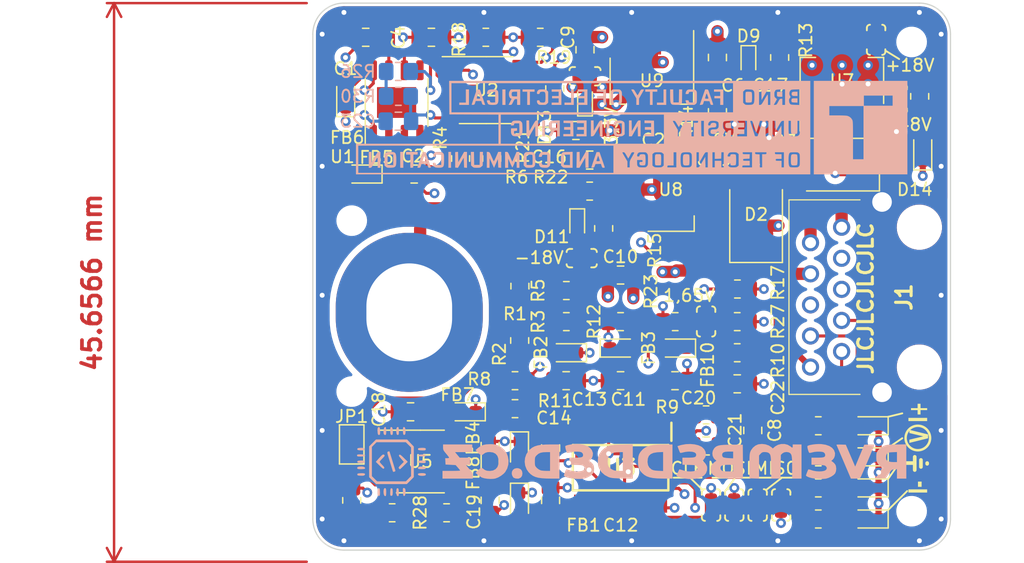
<source format=kicad_pcb>
(kicad_pcb (version 20221018) (generator pcbnew)
  (title_block (title "MEIT - Active probe") (date "2024-05-13") (rev "2.0") (company "Roman Vaněk") (comment 1 "Printed circuit board KiCad 7.0") (comment 2 "Roman Vaněk"))
  (layers (0 "F.Cu" signal) (1 "In1.Cu" signal) (2 "In2.Cu" signal) (31 "B.Cu" signal) (34 "B.Paste" user) (35 "F.Paste" user) (36 "B.SilkS" user "B.Silkscreen") (37 "F.SilkS" user "F.Silkscreen") (38 "B.Mask" user) (39 "F.Mask" user) (44 "Edge.Cuts" user))
  (net 0 "")
  (net 1 "GND")
  (net 2 "Net-(U1-V+)")
  (net 3 "/MUX_{INP}")
  (net 4 "+48V")
  (net 5 "-48V")
  (net 6 "+18V")
  (net 7 "/OUT_{c}-")
  (net 8 "/OUT_{c}+")
  (net 9 "+3V3")
  (net 10 "-18V")
  (net 11 "Net-(U3-VSOP)")
  (net 12 "Net-(U3-DVDD)")
  (net 13 "Net-(U3-VSP)")
  (net 14 "Net-(U3-VSN)")
  (net 15 "Net-(U2-D)")
  (net 16 "Net-(D11-K)")
  (net 17 "Net-(D9-A)")
  (net 18 "Net-(U5C-V+)")
  (net 19 "Net-(U5C-V-)")
  (net 20 "Net-(U3-VOCM)")
  (net 21 "/INPUT_EN")
  (net 22 "/MUX_{ATT}")
  (net 23 "Net-(D5-A)")
  (net 24 "Net-(D6-A)")
  (net 25 "Net-(D7-A)")
  (net 26 "Net-(D8-A)")
  (net 27 "Net-(D14-A)")
  (net 28 "VCOM")
  (net 29 "/ELECTRODE")
  (net 30 "/~{PROBE_EN}")
  (net 31 "/MOSI_{SPI}")
  (net 32 "/CLK_{SPI}")
  (net 33 "Net-(U2-S7)")
  (net 34 "Net-(U2-S6)")
  (net 35 "Net-(U2-S5)")
  (net 36 "Net-(JP1-B)")
  (net 37 "Net-(U2-S3)")
  (net 38 "Net-(U2-S2)")
  (net 39 "Net-(U2-S1)")
  (net 40 "/LED00")
  (net 41 "/OUT+")
  (net 42 "/OUT-")
  (net 43 "/A0")
  (net 44 "/A1")
  (net 45 "/LED01")
  (net 46 "/A2")
  (net 47 "Net-(R26-Pad1)")
  (net 48 "/LED11")
  (net 49 "Net-(U2-S8)")
  (net 50 "Net-(U5A--)")
  (net 51 "Net-(R28-Pad2)")
  (net 52 "/MUX_{AMP}")
  (net 54 "/MISO_{SPI}")
  (net 55 "Net-(U1-V-)")
  (net 56 "Net-(JP1-A)")
  (net 57 "Earth")
  (footprint "Resistor_SMD:R_0805_2012Metric_Pad1.20x1.40mm_HandSolder" (layer "F.Cu") (at 181 96.52 -90)
    (fp_text reference "R16" hide)
    (fp_text value "15.0k")
  )
  (footprint "Capacitor_SMD:C_0805_2012Metric_Pad1.18x1.45mm_HandSolder" (layer "F.Cu") (at 163.56 125.095 180)
    (fp_text reference "C21")
    (fp_text value "4.7p")
  )
  (footprint "Package_TO_SOT_SMD:SOT-223-3_TabPin2" (layer "F.Cu") (at 174.645 95.25 90)
    (fp_text reference "U7")
    (fp_text value "LM317")
  )
  (footprint "Connector_Wire:SolderWirePad_1x01_SMD_1x2mm" (layer "F.Cu") (at 169.672 129.9718)
    (fp_text reference "MISO" hide)
    (fp_text value "SolderWirePad_1x01_SMD_1x2mm")
  )
  (footprint "Capacitor_SMD:C_0805_2012Metric_Pad1.18x1.45mm_HandSolder" (layer "F.Cu") (at 154.051 101.727)
    (fp_text reference "C16")
    (fp_text value "100n")
  )
  (footprint "Package_TO_SOT_SMD:SOT-223-3_TabPin2" (layer "F.Cu") (at 160.675 104.14)
    (fp_text reference "U8")
    (fp_text value "LM337")
  )
  (footprint "Capacitor_SMD:C_0805_2012Metric_Pad1.18x1.45mm_HandSolder" (layer "F.Cu") (at 166.1 120.015 180)
    (fp_text reference "C22")
    (fp_text value "4.7p")
  )
  (footprint "Capacitor_SMD:C_0805_2012Metric_Pad1.18x1.45mm_HandSolder" (layer "F.Cu") (at 152.928 99.314 180)
    (fp_text reference "C3" hide)
    (fp_text value "100n")
  )
  (footprint "Resistor_SMD:R_0805_2012Metric_Pad1.20x1.40mm_HandSolder" (layer "F.Cu") (at 145.5714 91.694)
    (fp_text reference "R18")
    (fp_text value "100k")
  )
  (footprint "Resistor_SMD:R_0805_2012Metric_Pad1.20x1.40mm_HandSolder" (layer "F.Cu") (at 148.356 112.03 90)
    (fp_text reference "R1")
    (fp_text value "1.37k")
  )
  (footprint "Capacitor_SMD:C_0805_2012Metric_Pad1.18x1.45mm_HandSolder" (layer "F.Cu") (at 141.1264 91.694 180)
    (fp_text reference "C4")
    (fp_text value "100n")
  )
  (footprint "Jumper:SolderJumper-2_P1.3mm_Bridged_Pad1.0x1.5mm" (layer "F.Cu") (at 134.62 124.968 -90)
    (fp_text reference "JP1")
    (fp_text value "SEL_CAP")
  )
  (footprint "SamacSys_Parts:2060451998404" (layer "F.Cu") (at 144.968 106.172)
    (fp_text reference "J**" hide)
    (fp_text value "2060451998404" hide)
  )
  (footprint "Capacitor_SMD:C_0805_2012Metric_Pad1.18x1.45mm_HandSolder" (layer "F.Cu") (at 164.485 97.79 -90)
    (fp_text reference "C25")
    (fp_text value "100n")
  )
  (footprint "Capacitor_SMD:C_0805_2012Metric_Pad1.18x1.45mm_HandSolder" (layer "F.Cu") (at 169.565 97.79 -90)
    (fp_text reference "C17")
    (fp_text value "100n")
  )
  (footprint "" (layer "F.Cu") (at 134.62 106.68)
    (fp_text reference "")
    (fp_text value "")
  )
  (footprint "RV_footprints:D_SOD-523F" (layer "F.Cu") (at 153.67 96.52 90)
    (fp_text reference "D13")
    (fp_text value "1N914")
  )
  (footprint "" (layer "F.Cu") (at 134.62 120.65)
    (fp_text reference "")
    (fp_text value "")
  )
  (footprint "Connector_Wire:SolderWirePad_1x01_SMD_1x2mm" (layer "F.Cu") (at 165.8472 129.9718)
    (fp_text reference "MOSI")
    (fp_text value "SolderWirePad_1x01_SMD_1x2mm")
  )
  (footprint "RV_footprints:D_SOD-523F" (layer "F.Cu") (at 167.014786 93.98 -90)
    (fp_text reference "D9")
    (fp_text value "1N914")
  )
  (footprint "Capacitor_SMD:C_0805_2012Metric_Pad1.18x1.45mm_HandSolder" (layer "F.Cu") (at 179.1 101.6 90)
    (fp_text reference "C5" hide)
    (fp_text value "100n")
  )
  (footprint "Resistor_SMD:R_0805_2012Metric_Pad1.20x1.40mm_HandSolder" (layer "F.Cu") (at 152.146 114.935 180)
    (fp_text reference "R3")
    (fp_text value "5.62k")
  )
  (footprint "Resistor_SMD:R_0805_2012Metric_Pad1.20x1.40mm_HandSolder" (layer "F.Cu") (at 163.56 122.555 180)
    (fp_text reference "R9")
    (fp_text value "50")
  )
  (footprint "Resistor_SMD:R_0805_2012Metric_Pad1.20x1.40mm_HandSolder" (layer "F.Cu") (at 172.72 125.984 180)
    (fp_text reference "R24" hide)
    (fp_text value "750R")
  )
  (footprint "Capacitor_SMD:C_0805_2012Metric_Pad1.18x1.45mm_HandSolder" (layer "F.Cu") (at 145.923 129.54 90)
    (fp_text reference "C19")
    (fp_text value "100n")
  )
  (footprint "" (layer "F.Cu") (at 153.416 109.728)
    (fp_text reference "")
    (fp_text value "")
  )
  (footprint "LED_SMD:LED_0603_1608Metric_Pad1.05x0.95mm_HandSolder" (layer "F.Cu") (at 176.764 125.984 180)
    (fp_text reference "D7" hide)
    (fp_text value "ORANGE")
  )
  (footprint "Resistor_SMD:R_0805_2012Metric_Pad1.20x1.40mm_HandSolder" (layer "F.Cu") (at 161.036 114.935 180)
    (fp_text reference "R23")
    (fp_text value "3.3k")
  )
  (footprint "Resistor_SMD:R_0805_2012Metric_Pad1.20x1.40mm_HandSolder" (layer "F.Cu") (at 147.955 122.047 180)
    (fp_text reference "R11")
    (fp_text value "10k")
  )
  (footprint "Capacitor_SMD:C_0805_2012Metric_Pad1.18x1.45mm_HandSolder" (layer "F.Cu") (at 156.575 111.125 180)
    (fp_text reference "C10")
    (fp_text value "1u")
  )
  (footprint "Resistor_SMD:R_0805_2012Metric_Pad1.20x1.40mm_HandSolder" (layer "F.Cu") (at 172.72 131.064 180)
    (fp_text reference "R7" hide)
    (fp_text value "750R")
  )
  (footprint "Resistor_SMD:R_0805_2012Metric_Pad1.20x1.40mm_HandSolder" (layer "F.Cu") (at 172.72 123.444 180)
    (fp_text reference "R25" hide)
    (fp_text value "750R")
  )
  (footprint "Capacitor_SMD:C_0805_2012Metric_Pad1.18x1.45mm_HandSolder" (layer "F.Cu") (at 150.86 125.265 -90)
    (fp_text reference "C14")
    (fp_text value "470n")
  )
  (footprint "LED_SMD:LED_0603_1608Metric_Pad1.05x0.95mm_HandSolder" (layer "F.Cu") (at 134.132 96.52 90)
    (fp_text reference "FB6")
    (fp_text value "600R")
  )
  (footprint "LED_SMD:LED_0603_1608Metric_Pad1.05x0.95mm_HandSolder" (layer "F.Cu") (at 161.036 117.094 180)
    (fp_text reference "FB10")
    (fp_text value "600R")
  )
  (footprint "Capacitor_SMD:C_0805_2012Metric_Pad1.18x1.45mm_HandSolder" (layer "F.Cu") (at 135.763 91.694)
    (fp_text reference "C1")
    (fp_text value "100n")
  )
  (footprint "Resistor_SMD:R_0805_2012Metric_Pad1.20x1.40mm_HandSolder" (layer "F.Cu") (at 155.194 107.315 -90)
    (fp_text reference "R15")
    (fp_text value "240")
  )
  (footprint "" (layer "F.Cu") (at 163.5506 114.9096 90)
    (fp_text reference "")
    (fp_text value "")
  )
  (footprint "Capacitor_SMD:C_0805_2012Metric_Pad1.18x1.45mm_HandSolder" (layer "F.Cu") (at 156.575 119.761 180)
    (fp_text reference "C11")
    (fp_text value "470n")
  )
  (footprint "Package_SO:SOIC-8-1EP_3.9x4.9mm_P1.27mm_EP2.514x3.2mm" (layer "F.Cu") (at 138.285 97.023 90)
    (fp_text reference "U1")
    (fp_text value "OPA454")
  )
  (footprint "Capacitor_SMD:C_0805_2012Metric_Pad1.18x1.45mm_HandSolder" (layer "F.Cu") (at 153.67 92.71 90)
    (fp_text reference "C9")
    (fp_text value "1u")
  )
  (footprint "Capacitor_SMD:C_0805_2012Metric_Pad1.18x1.45mm_HandSolder" (layer "F.Cu") (at 164.485 93.345 90)
    (fp_text reference "C6")
    (fp_text value "1u")
  )
  (footprint "Resistor_SMD:R_0805_2012Metric_Pad1.20x1.40mm_HandSolder" (layer "F.Cu") (at 166.1 114.935 180)
    (fp_text reference "R27")
    (fp_text value "3.3k")
  )
  (footprint "Resistor_SMD:R_0805_2012Metric_Pad1.20x1.40mm_HandSolder" (layer "F.Cu") (at 172.72 128.524 180)
    (fp_text reference "R20" hide)
    (fp_text value "750R")
  )
  (footprint "Resistor_SMD:R_0805_2012Metric_Pad1.20x1.40mm_HandSolder" (layer "F.Cu") (at 151.2008 95.885 -90)
    (fp_text reference "R21")
    (fp_text value "100k")
  )
  (footprint "" (layer "F.Cu") (at 180.339 92.076)
    (fp_text reference "")
    (fp_text value "")
  )
  (footprint "Resistor_SMD:R_0805_2012Metric_Pad1.20x1.40mm_HandSolder" (layer "F.Cu") (at 167.025 97.79 90)
    (fp_text reference "R14")
    (fp_text value "3.16k")
  )
  (footprint "" (layer "F.Cu") (at 164.2364 101.3714)
    (fp_text reference "")
    (fp_text value "")
  )
  (footprint "LED_SMD:LED_0603_1608Metric_Pad1.05x0.95mm_HandSolder" (layer "F.Cu") (at 176.764 128.524 180)
    (fp_text reference "D6" hide)
    (fp_text value "GREEN")
  )
  (footprint "Resistor_SMD:R_0805_2012Metric_Pad1.20x1.40mm_HandSolder" (layer "F.Cu") (at 148.336 116.475 90)
    (fp_text reference "R2")
    (fp_text value "3.16k")
  )
  (footprint "" (layer "F.Cu") (at 153.6446 94.8944 180)
    (fp_text reference "")
    (fp_text value "")
  )
  (footprint "Resistor_SMD:R_0805_2012Metric_Pad1.20x1.40mm_HandSolder" (layer "F.Cu") (at 137.922 130.556)
    (fp_text reference "R29" hide)
    (fp_text value "100k")
  )
  (footprint "LED_SMD:LED_0603_1608Metric_Pad1.05x0.95mm_HandSolder" (layer "F.Cu") (at 156.575 117.094)
    (fp_text reference "FB3")
    (fp_text value "600R")
  )
  (footprint "Capacitor_SMD:C_0805_2012Metric_Pad1.18x1.45mm_HandSolder" (layer "F.Cu") (at 139.72 102.87 180)
    (fp_text reference "C2")
    (fp_text value "100n")
  )
  (footprint "Resistor_SMD:R_0805_2012Metric_Pad1.20x1.40mm_HandSolder" (layer "F.Cu") (at 146.05 101.6 90)
    (fp_text reference "R6")
    (fp_text value "26.1k")
  )
  (footprint "Resistor_SMD:R_0805_2012Metric_Pad1.20x1.40mm_HandSolder" (layer "F.Cu") (at 166.116 112.268)
    (fp_text reference "R17")
    (fp_text value "100k")
  )
  (footprint "LED_SMD:LED_0603_1608Metric_Pad1.05x0.95mm_HandSolder" (layer "F.Cu") (at 148.32 125.603 -90)
    (fp_text reference "FB4")
    (fp_text value "600R")
  )
  (footprint "LED_SMD:LED_0603_1608Metric_Pad1.05x0.95mm_HandSolder" (layer "F.Cu") (at 148.32 129.7985 -90)
    (fp_text reference "FB1")
    (fp_text value "600R")
  )
  (footprint "MountingHole:MountingHole_5.3mm_M5_DIN965_Pad" (layer "F.Cu") (at 139.319 114.173 90)
    (fp_text reference "REF**" hide)
    (fp_text value "MountingHole_5.3mm_M5_DIN965_Pad")
  )
  (footprint "Capacitor_SMD:C_0805_2012Metric_Pad1.18x1.45mm_HandSolder" (layer "F.Cu") (at 167.37 123.825 -90)
    (fp_text reference "C8")
    (fp_text value "47p")
  )
  (footprint "Resistor_SMD:R_0805_2012Metric_Pad1.20x1.40mm_HandSolder" (layer "F.Cu") (at 156.575 114.935)
    (fp_text reference "R12")
    (fp_text value "100k")
  )
  (footprint "Connector_Wire:SolderWirePad_1x01_SMD_1x2mm" (layer "F.Cu") (at 167.7522 129.9718)
    (fp_text reference "MISO")
    (fp_text value "SolderWirePad_1x01_SMD_1x2mm")
  )
  (footprint "SamacSys_Parts:SOP65P640X120-24N" (layer "F.Cu") (at 156.575 126.873 -90)
    (fp_text reference "U3")
    (fp_text value "PGA280AIPW" hide)
  )
  (footprint "LED_SMD:LED_0603_1608Metric_Pad1.05x0.95mm_HandSolder" (layer "F.Cu") (at 135.4385 102.87 180)
    (fp_text reference "FB5")
    (fp_text value "600R")
  )
  (footprint "RV_footprints:RJ50_117345801" (layer "F.Cu") (at 172.085 118.645 90)
    (fp_text reference "J1")
    (fp_text value "RJ50" hide)
  )
  (footprint "RV_footprints:D_SMB_403A" (layer "F.Cu") (at 167.64 106.299 90)
    (fp_text reference "D2")
    (fp_text value "36V")
  )
  (footprint "Resistor_SMD:R_0805_2012Metric_Pad1.20x1.40mm_HandSolder" (layer "F.Cu") (at 134.62 129.54 -90)
    (fp_text reference "R32" hide)
    (fp_text value "1.37k")
  )
  (footprint "Connector_Wire:SolderWirePad_1x01_SMD_1x2mm" (layer "F.Cu") (at 163.957 129.9718)
    (fp_text reference "CLK")
    (fp_text value "SolderWirePad_1x01_SMD_1x2mm")
  )
  (footprint "Resistor_SMD:R_0805_2012Metric_Pad1.20x1.40mm_HandSolder" (layer "F.Cu") (at 142.367 130.556 180)
    (fp_text reference "R28")
    (fp_text value "10k")
  )
  (footprint "Resistor_SMD:R_0805_2012Metric_Pad1.20x1.40mm_HandSolder" (layer "F.Cu") (at 166.1 117.475 180)
    (fp_text reference "R10")
    (fp_text value "50")
  )
  (footprint "Resistor_SMD:R_0805_2012Metric_Pad1.20x1.40mm_HandSolder" (layer "F.Cu") (at 147.955 119.761 180)
    (fp_text reference "R8")
    (fp_text value "10k")
  )
  (footprint "Resistor_SMD:R_0805_2012Metric_Pad1.20x1.40mm_HandSolder" (layer "F.Cu") (at 143.51 101.6 90)
    (fp_text reference "R4")
    (fp_text value "9.31k")
  )
  (footprint "LED_SMD:LED_0603_1608Metric_Pad1.05x0.95mm_HandSolder" (layer "F.Cu") (at 143.8695 122.301 180)
    (fp_text reference "FB7")
    (fp_text value "600R")
  )
  (footprint "RV_footprints:D_SMB_403A" (layer "F.Cu") (at 173.913796 102.101822 180)
    (fp_text reference "D1")
    (fp_text value "36V")
  )
  (footprint "Package_SO:TSSOP-16_4.4x5mm_P0.65mm" (layer "F.Cu") (at 145.6128 96.012)
    (fp_text reference "U2")
    (fp_text value "TMUX8108")
  )
  (footprint "RV_footprints:D_SOD-523F" (layer "F.Cu") (at 153.035 107.315 -90)
    (fp_text reference "D11")
    (fp_text value "1N914")
  )
  (footprint "LED_SMD:LED_0603_1608Metric_Pad1.05x0.95mm_HandSolder" (layer "F.Cu") (at 176.764 131.064 180)
    (fp_text reference "D5" hide)
    (fp_text value "RED")
  )
  (footprint "Package_SO:SOIC-8_3.9x4.9mm_P1.27mm" (layer "F.Cu") (at 140.228 126.365)
    (fp_text reference "U5")
    (fp_text value "OPA2992")
  )
  (footprint "Capacitor_SMD:C_0805_2012Metric_Pad1.18x1.45mm_HandSolder" (layer "F.Cu") (at 152.13 119.761)
    (fp_text reference "C13")
    (fp_text value "470n")
  )
  (footprint "Capacitor_SMD:C_0805_2012Metric_Pad1.18x1.45mm_HandSolder" (layer "F.Cu") (at 139.4245 122.301)
    (fp_text reference "C18")
    (fp_text value "100n")
  )
  (footprint "" (layer "F.Cu") (at 177.45 91.9 90)
    (fp_text reference "")
    (fp_text value "")
  )
  (footprint "LED_SMD:LED_0603_1608Metric_Pad1.05x0.95mm_HandSolder" (layer "F.Cu") (at 176.764 123.444 180)
    (fp_text reference "D8" hide)
    (fp_text value "YELLOW")
  )
  (footprint "Resistor_SMD:R_0805_2012Metric_Pad1.20x1.40mm_HandSolder" (layer "F.Cu") (at 152.146 112.395 180)
    (fp_text reference "R5")
    (fp_text value "15.0k")
  )
  (footprint "Capacitor_SMD:C_0805_2012Metric_Pad1.18x1.45mm_HandSolder" (layer "F.Cu") (at 150.86 129.54 90)
    (fp_text reference "C12")
    (fp_text value "100n")
  )
  (footprint "Resistor_SMD:R_0805_2012Metric_Pad1.20x1.40mm_HandSolder" (layer "F.Cu") (at 154.051 104.267)
    (fp_text reference "R22")
    (fp_text value "3.16k")
  )
  (footprint "LED_SMD:LED_0603_1608Metric_Pad1.05x0.95mm_HandSolder" (layer "F.Cu") (at 145.923 125.603 90)
    (fp_text reference "FB8")
    (fp_text value "600R")
  )
  (footprint "" (layer "F.Cu") (at 180.338998 130.428)
    (fp_text reference "")
    (fp_text value "")
  )
  (footprint "LED_SMD:LED_0603_1608Metric_Pad1.05x0.95mm_HandSolder" (layer "F.Cu") (at 152.13 117.475 180)
    (fp_text reference "FB2")
    (fp_text value "600R")
  )
  (footprint "LED_SMD:LED_0603_1608Metric_Pad1.05x0.95mm_HandSolder" (layer "F.Cu") (at 181.25 100.875 90)
    (fp_text reference "D14")
    (fp_text value "GREEN")
  )
  (footprint "Resistor_SMD:R_0805_2012Metric_Pad1.20x1.40mm_HandSolder" (layer "F.Cu") (at 169.565 93.345 90)
    (fp_text reference "R13")
    (fp_text value "240")
  )
  (footprint "Package_TO_SOT_SMD:SOT-223-3_TabPin2" (layer "F.Cu") (at 159.131 95.25 -90)
    (fp_text reference "U9")
    (fp_text value "uA78M33")
  )
  (footprint "Resistor_SMD:R_0805_2012Metric_Pad1.20x1.40mm_HandSolder" (layer "F.Cu") (at 150.0164 91.694 180)
    (fp_text reference "R19")
    (fp_text value "100k")
  )
  (footprint "Capacitor_SMD:C_0805_2012Metric_Pad1.18x1.45mm_HandSolder" (layer "F.Cu") (at 161.02 119.761)
    (fp_text reference "C20")
    (fp_text value "100n")
  )
  (footprint "Capacitor_SMD:C_0805_2012Metric_Pad1.18x1.45mm_HandSolder" (layer "F.Cu") (at 167.64 101.346 180)
    (fp_text reference "C7")
    (fp_text value "100n")
  )
  (footprint "" (layer "F.Cu") (at 179.2062 96.774 90)
    (fp_text reference "")
    (fp_text value "")
  )
  (footprint "Capacitor_SMD:C_0805_2012Metric_Pad1.18x1.45mm_HandSolder" (layer "B.Cu") (at 138.43 98.552)
    (fp_text reference "C23")
    (fp_text value "47p")
  )
  (footprint "Resistor_SMD:R_0805_2012Metric_Pad1.20x1.40mm_HandSolder" (layer "B.Cu") (at 138.43 96.52 180)
    (fp_text reference "R30")
    (fp_text value "50")
  )
  (footprint "Resistor_SMD:R_0805_2012Metric_Pad1.20x1.40mm_HandSolder" (layer "B.Cu") (at 138.43 94.488)
    (fp_text reference "R26")
    (fp_text value "50")
  )
  (footprint "RV_footprints:rvembedded_logo" (layer "B.Cu") (at 157.48 126.365 180)
    (fp_text reference "G***" hide)
    (fp_text value "LOGO" hide)
  )
  (footprint "RV_footprints:feec_logo" (layer "B.Cu") (at 157.48 99.06 180)
    (fp_text reference "G***" hide)
    (fp_text value "LOGO" hide)
  )
  (gr_arc (start 133.984997 132.842002) (mid 132.727763 132.321237) (end 132.206997 131.064002) (stroke (width 1)) (layer "F.Cu"))
  (gr_arc (start 132.207 91.44) (mid 132.727764 90.182765) (end 133.985 89.662) (stroke (width 1)) (layer "F.Cu"))
  (gr_arc (start 182.752998 131.064001) (mid 182.232234 132.321236) (end 180.974998 132.842001) (stroke (width 1)) (layer "F.Cu"))
  (gr_arc (start 180.975001 89.661999) (mid 182.232237 90.182763) (end 182.753001 91.439999) (stroke (width 1)) (layer "F.Cu"))
  (gr_circle (center 180.848 124.444) (end 181.848 124.444) (stroke (width 0.2)) (fill none) (layer "F.SilkS"))
  (gr_arc (start 154.938195 95.381242) (mid 154.8638 95.560846) (end 154.684195 95.635242) (stroke (width 0.15)) (layer "F.SilkS"))
  (gr_line (start 154.686 94.127242) (end 154.4828 94.127242) (stroke (width 0.15)) (layer "F.SilkS"))
  (gr_arc (start 169.1868 131.215497) (mid 169.007195 131.141102) (end 168.9328 130.961497) (stroke (width 0.15)) (layer "F.SilkS"))
  (gr_line (start 178.446004 97.711995) (end 178.446004 97.5106) (stroke (width 0.15)) (layer "F.SilkS"))
  (gr_arc (start 163.211 128.878697) (mid 163.285395 128.699092) (end 163.465 128.624697) (stroke (width 0.15)) (layer "F.SilkS"))
  (gr_line (start 164.310797 115.898399) (end 164.310797 115.695199) (stroke (width 0.15)) (layer "F.SilkS"))
  (gr_line (start 169.7482 127.6858) (end 168.446603 128.7018) (stroke (width 0.15)) (layer "F.SilkS"))
  (gr_line (start 164.719 130.962399) (end 164.719 130.759199) (stroke (width 0.15)) (layer "F.SilkS"))
  (gr_line (start 168.521 128.881405) (end 168.521 129.0828) (stroke (width 0.15)) (layer "F.SilkS"))
  (gr_arc (start 163.465 131.214594) (mid 163.285395 131.140199) (end 163.211 130.960594) (stroke (width 0.15)) (layer "F.SilkS"))
  (gr_arc (start 163.219498 102.131597) (mid 163.039893 102.057203) (end 162.965498 101.877597) (stroke (width 0.15)) (layer "F.SilkS"))
  (gr_line (start 178.424 122.709) (end 179.578 122.428) (stroke (width 0.15)) (layer "F.SilkS"))
  (gr_line (start 165.108 128.8796) (end 165.108 129.0828) (stroke (width 0.15)) (layer "F.SilkS"))
  (gr_line (start 167.013 128.8796) (end 167.013 129.0828) (stroke (width 0.15)) (layer "F.SilkS"))
  (gr_arc (start 162.802797 113.939892) (mid 162.877192 113.760287) (end 163.056797 113.685892) (stroke (width 0.15)) (layer "F.SilkS"))
  (gr_arc (start 164.056797 113.687697) (mid 164.2364 113.762092) (end 164.310797 113.941697) (stroke (width 0.15)) (layer "F.SilkS"))
  (gr_line (start 178.193139 90.92269) (end 178.193139 91.124085) (stroke (width 0.15)) (layer "F.SilkS"))
  (gr_line (start 165.1762 102.131597) (end 164.974805 102.131597) (stroke (width 0.15)) (layer "F.SilkS"))
  (gr_line (start 168.9328 130.961497) (end 168.9328 130.760102) (stroke (width 0.15)) (layer "F.SilkS"))
  (gr_line (start 165.108 130.961497) (end 165.108 130.760102) (stroke (width 0.15)) (layer "F.SilkS"))
  (gr_line (start 168.9328 128.8796) (end 168.9328 129.0828) (stroke (width 0.15)) (layer "F.SilkS"))
  (gr_line (start 181.61 126.492) (end 181.61 126.553631) (stroke (width 0.3)) (layer "F.SilkS"))
  (gr_line (start 154.379395 110.4994) (end 154.178 110.4994) (stroke (width 0.15)) (layer "F.SilkS"))
  (gr_line (start 160.909 127.6858) (end 163.195 127.6858) (stroke (width 0.15)) (layer "F.SilkS"))
  (gr_arc (start 179.700004 95.503098) (mid 179.879607 95.577494) (end 179.954004 95.757098) (stroke (width 0.15)) (layer "F.SilkS"))
  (gr_line (start 166.616 128.881405) (end 166.616 129.0828) (stroke (width 0.15)) (layer "F.SilkS"))
  (gr_line (start 178.424 130.329) (end 179.975 128.778) (stroke (width 0.15)) (layer "F.SilkS"))
  (gr_arc (start 162.9918 100.877597) (mid 163.066196 100.697995) (end 163.2458 100.623597) (stroke (width 0.15)) (layer "F.SilkS"))
  (gr_line (start 179.832 126.492) (end 180.594 126.492) (stroke (width 0.3)) (layer "F.SilkS"))
  (gr_arc (start 165.4302 101.877597) (mid 165.355806 102.057205) (end 165.1762 102.131597) (stroke (width 0.15)) (layer "F.SilkS"))
  (gr_arc (start 178.700004 97.965995) (mid 178.520398 97.891601) (end 178.446004 97.711995) (stroke (width 0.15)) (layer "F.SilkS"))
  (gr_line (start 152.422693 110.4994) (end 152.625893 110.4994) (stroke (width 0.15)) (layer "F.SilkS"))
  (gr_arc (start 176.939139 93.131587) (mid 176.759513 93.057205) (end 176.685139 92.877587) (stroke (width 0.15)) (layer "F.SilkS"))
  (gr_arc (start 178.446004 95.755293) (mid 178.520402 95.575694) (end 178.700004 95.501293) (stroke (width 0.15)) (layer "F.SilkS"))
  (gr_line (start 178.424 125.249) (end 179.578 124.46) (stroke (width 0.15)) (layer "F.SilkS"))
  (gr_arc (start 176.685139 90.920885) (mid 176.759542 90.741303) (end 176.939139 90.666885) (stroke (width 0.15)) (layer "F.SilkS"))
  (gr_line (start 163.2458 100.623597) (end 163.447195 100.623597) (stroke (width 0.15)) (layer "F.SilkS"))
  (gr_arc (start 152.422693 110.4994) (mid 152.243111 110.424994) (end 152.168693 110.2454) (stroke (width 0.15)) (layer "F.SilkS"))
  (gr_line (start 163.219498 102.131597) (end 163.422698 102.131597) (stroke (width 0.15)) (layer "F.SilkS"))
  (gr_arc (start 164.310797 115.898399) (mid 164.2364 116.078) (end 164.056797 116.152399) (stroke (width 0.15)) (layer "F.SilkS"))
  (gr_line (start 163.211 130.960594) (end 163.211 130.759199) (stroke (width 0.15)) (layer "F.SilkS"))
  (gr_line (start 154.3812 108.9914) (end 154.178 108.9914) (stroke (width 0.15)) (layer "F.SilkS"))
  (gr_line (start 181.102 126.238) (end 181.102 126.807631) (stroke (width 0.3)) (layer "F.SilkS"))
  (gr_arc (start 152.4018 94.381242) (mid 152.476195 94.201637) (end 152.6558 94.127242) (stroke (width 0.15)) (layer "F.SilkS"))
  (gr_arc (start 177.939139 90.66869) (mid 178.118722 90.743098) (end 178.193139 90.92269) (stroke (width 0.15)) (layer "F.SilkS"))
  (gr_line (start 154.684195 95.635242) (end 154.4828 95.635242) (stroke (width 0.15)) (layer "F.SilkS"))
  (gr_arc (start 163.056797 116.150594) (mid 162.877191 116.076199) (end 162.802797 115.896594) (stroke (width 0.15)) (layer "F.SilkS"))
  (gr_arc (start 164.719 130.962399) (mid 164.644604 131.142003) (end 164.465 131.216399) (stroke (width 0.15)) (layer "F.SilkS"))
  (gr_line (start 168.521 130.963302) (end 168.521 130.760102) (stroke (width 0.15)) (layer "F.SilkS"))
  (gr_line (start 163.211 128.878697) (end 163.211 129.081897) (stroke (width 0.15)) (layer "F.SilkS"))
  (gr_line (start 164.084 127.6858) (end 167.132 127.6858) (stroke (width 0.15)) (layer "F.SilkS"))
  (gr_arc (start 179.954004 97.7138) (mid 179.879609 97.893407) (end 179.700004 97.9678) (stroke (width 0.15)) (layer "F.SilkS"))
  (gr_line (start 152.6558 94.127242) (end 152.857195 94.127242) (stroke (width 0.15)) (layer "F.SilkS"))
  (gr_line (start 179.954004 95.757098) (end 179.954004 95.958493) (stroke (width 0.15)) (layer "F.SilkS"))
  (gr_line (start 162.802797 115.896594) (end 162.802797 115.695199) (stroke (width 0.15)) (layer "F.SilkS"))
  (gr_arc (start 154.686 94.127242) (mid 154.865604 94.201638) (end 154.94 94.381242) (stroke (width 0.15)) (layer "F.SilkS"))
  (gr_line (start 178.424 127.789) (end 179.324 126.492) (stroke (width 0.15)) (layer "F.SilkS"))
  (gr_arc (start 154.633395 110.2454) (mid 154.559003 110.425003) (end 154.379395 110.4994) (stroke (width 0.15)) (layer "F.SilkS"))
  (gr_line (start 170.4408 128.881405) (end 170.4408 129.0828) (stroke (width 0.15)) (layer "F.SilkS"))
  (gr_arc (start 168.9328 128.8796) (mid 169.007195 128.699995) (end 169.1868 128.6256) (stroke (width 0.15)) (layer "F.SilkS"))
  (gr_line (start 162.802797 113.939892) (end 162.802797 114.143092) (stroke (width 0.15)) (layer "F.SilkS"))
  (gr_arc (start 152.170498 109.2454) (mid 152.244896 109.065794) (end 152.424498 108.9914) (stroke (width 0.15)) (layer "F.SilkS"))
  (gr_line (start 180.594 125.984) (end 180.594 127.061631) (stroke (width 0.3)) (layer "F.SilkS"))
  (gr_arc (start 167.013 128.8796) (mid 167.087395 128.699995) (end 167.267 128.6256) (stroke (width 0.15)) (layer "F.SilkS"))
  (gr_line (start 164.719 128.880502) (end 164.719 129.081897) (stroke (width 0.15)) (layer "F.SilkS"))
  (gr_line (start 178.193139 92.777792) (end 179.324 93.472) (stroke (width 0.15)) (layer "F.SilkS"))
  (gr_line (start 176.685139 90.920885) (end 176.685139 91.124085) (stroke (width 0.15)) (layer "F.SilkS"))
  (gr_line (start 162.2552 127.6858) (end 163.285395 128.699092) (stroke (width 0.15)) (layer "F.SilkS"))
  (gr_line (start 152.424498 108.9914) (end 152.625893 108.9914) (stroke (width 0.15)) (layer "F.SilkS"))
  (gr_line (start 178.446004 95.755293) (end 178.446004 95.958493) (stroke (width 0.15)) (layer "F.SilkS"))
  (gr_arc (start 152.653995 95.635242) (mid 152.474393 95.560845) (end 152.399995 95.381242) (stroke (width 0.15)) (layer "F.SilkS"))
  (gr_arc (start 154.3812 108.9914) (mid 154.560824 109.065786) (end 154.6352 109.2454) (stroke (width 0.15)) (layer "F.SilkS"))
  (gr_line (start 170.4408 130.963302) (end 170.4408 130.760102) (stroke (width 0.15)) (layer "F.SilkS"))
  (gr_line (start 164.310797 113.941697) (end 164.310797 114.143092) (stroke (width 0.15)) (layer "F.SilkS"))
  (gr_arc (start 165.108 128.8796) (mid 165.182395 128.699995) (end 165.362 128.6256) (stroke (width 0.15)) (layer "F.SilkS"))
  (gr_arc (start 178.193139 92.879392) (mid 178.118749 93.059016) (end 177.939139 93.133392) (stroke (width 0.15)) (layer "F.SilkS"))
  (gr_line (start 152.653995 95.635242) (end 152.857195 95.635242) (stroke (width 0.15)) (layer "F.SilkS"))
  (gr_arc (start 170.1868 128.627405) (mid 170.366404 128.701801) (end 170.4408 128.881405) (stroke (width 0.15)) (layer "F.SilkS"))
  (gr_line (start 179.954004 97.7138) (end 179.954004 97.5106) (stroke (width 0.15)) (layer "F.SilkS"))
  (gr_line (start 165.202502 100.623597) (end 164.999302 100.623597) (stroke (width 0.15)) (layer "F.SilkS"))
  (gr_line (start 176.685139 92.877587) (end 176.685139 92.676192) (stroke (width 0.15)) (layer "F.SilkS"))
  (gr_line (start 178.193139 92.879392) (end 178.193139 92.676192) (stroke (width 0.15)) (layer "F.SilkS"))
  (gr_arc (start 167.267 131.215497) (mid 167.087396 131.141102) (end 167.013 130.961497) (stroke (width 0.15)) (layer "F.SilkS"))
  (gr_arc (start 168.521 130.963302) (mid 168.446604 131.142906) (end 168.267 131.217302) (stroke (width 0.15)) (layer "F.SilkS"))
  (gr_arc (start 166.362 128.627405) (mid 166.541603 128.7018) (end 166.616 128.881405) (stroke (width 0.15)) (layer "F.SilkS"))
  (gr_arc (start 165.362 131.215497) (mid 165.182396 131.141102) (end 165.108 130.961497) (stroke (width 0.15)) (layer "F.SilkS"))
  (gr_line (start 165.9382 127.6858) (end 165.182395 128.699995) (stroke (width 0.15)) (layer "F.SilkS"))
  (gr_arc (start 168.267 128.627405) (mid 168.446603 128.7018) (end 168.521 128.881405) (stroke (width 0.15)) (layer "F.SilkS"))
  (gr_line (start 166.616 130.963302) (end 166.616 130.760102) (stroke (width 0.15)) (layer "F.SilkS"))
  (gr_arc (start 166.616 130.963302) (mid 166.541604 131.142906) (end 166.362 131.217302) (stroke (width 0.15)) (layer "F.SilkS"))
  (gr_line (start 167.013 130.961497) (end 167.013 130.760102) (stroke (width 0.15)) (layer "F.SilkS"))
  (gr_arc (start 165.202502 100.623597) (mid 165.382104 100.697994) (end 165.456502 100.877597) (stroke (width 0.15)) (layer "F.SilkS"))
  (gr_arc (start 164.465 128.626502) (mid 164.644603 128.700897) (end 164.719 128.880502) (stroke (width 0.15)) (layer "F.SilkS"))
  (gr_line (start 167.8432 127.6858) (end 170.6372 127.6858) (stroke (width 0.15)) (layer "F.SilkS"))
  (gr_arc (start 170.4408 130.963302) (mid 170.366404 131.142906) (end 170.1868 131.217302) (stroke (width 0.15)) (layer "F.SilkS"))
  (gr_arc (start 133.985 133.604) (mid 132.188949 132.860051) (end 131.445 131.064) (stroke (width 0.1)) (layer "Edge.Cuts"))
  (gr_line (start 133.985 133.604) (end 180.975 133.604) (stroke (width 0.1)) (layer "Edge.Cuts"))
  (gr_line (start 131.445 91.44) (end 131.445 131.064) (stroke (width 0.1)) (layer "Edge.Cuts"))
  (gr_line (start 183.515001 91.439999) (end 183.515 131.064) (stroke (width 0.1)) (layer "Edge.Cuts"))
  (gr_arc (start 131.445 91.44) (mid 132.188949 89.643949) (end 133.985 88.9) (stroke (width 0.1)) (layer "Edge.Cuts"))
  (gr_line (start 180.975001 88.899999) (end 133.985001 88.899999) (stroke (width 0.1)) (layer "Edge.Cuts"))
  (gr_arc (start 183.515 131.064) (mid 182.771051 132.860051) (end 180.975 133.604) (stroke (width 0.1)) (layer "Edge.Cuts"))
  (gr_arc (start 180.975001 88.899999) (mid 182.771052 89.643948) (end 183.515001 91.439999) (stroke (width 0.1)) (layer "Edge.Cuts"))
  (gr_text "" (at 164.211 101.385597 180) (layer "F.SilkS") (effects (font (size 1.27 1.27))))
  (gr_text "+48V" (at 177.880626 99.412217) (layer "F.SilkS") (effects (font (size 1 1)) (justify left bottom)))
  (gr_text "" (at 177.447139 91.88789 -90) (layer "F.SilkS") (effects (font (size 1.27 1.27))))
  (gr_text "" (at 164.211 101.385597 180) (layer "F.SilkS") (effects (font (size 1.27 1.27))))
  (gr_text "I-" (at 181.864 129.032 90) (layer "F.SilkS") (effects (font (size 1.5 1) (thickness 0.2) bold) (justify left bottom)))
  (gr_text "" (at 179.192004 96.746795 90) (layer "F.SilkS") (effects (font (size 1.27 1.27))))
  (gr_text "" (at 153.679733 94.889242 180) (layer "F.SilkS") (effects (font (size 1.27 1.27))))
  (gr_text "-18V" (at 147.828 110.2868) (layer "F.SilkS") (effects (font (size 1 1)) (justify left bottom)))
  (gr_text "3,3V" (at 156.404941 100.696184 90) (layer "F.SilkS") (effects (font (size 1 1)) (justify left bottom)))
  (gr_text "I+" (at 181.864 123.19 90) (layer "F.SilkS") (effects (font (size 1.5 1) (thickness 0.2) bold) (justify left bottom)))
  (gr_text "-48V" (at 161.8488 100.6856) (layer "F.SilkS") (effects (font (size 1 1)) (justify left bottom)))
  (gr_text "" (at 153.679733 94.889242 180) (layer "F.SilkS") (effects (font (size 1.27 1.27))))
  (gr_text "JLCJLCJLCJLC" (at 177.292 119.38 90) (layer "F.SilkS") (effects (font (size 1.2 1.2) (thickness 0.25) bold) (justify left bottom)))
  (gr_text "" (at 179.192004 96.746795 90) (layer "F.SilkS") (effects (font (size 1.27 1.27))))
  (gr_text "" (at 177.447139 91.88789 -90) (layer "F.SilkS") (effects (font (size 1.27 1.27))))
  (gr_text "1,65V" (at 159.9692 113.3856) (layer "F.SilkS") (effects (font (size 1 1)) (justify left bottom)))
  (gr_text "" (at 163.564797 114.906897 -90) (layer "F.SilkS") (effects (font (size 1.27 1.27))))
  (gr_text "+18V" (at 178.1048 94.5642) (layer "F.SilkS") (effects (font (size 1 1)) (justify left bottom)))
  (gr_text "" (at 163.564797 114.906897 -90) (layer "F.SilkS") (effects (font (size 1.27 1.27))))
  (gr_text "V" (at 181.9402 124.8504 90) (layer "F.SilkS") (effects (font (size 1.5 1) (thickness 0.25) bold) (justify left bottom)))
  (dimension (type aligned) (layer "F.Cu") (pts (xy 131.445 88.9) (xy 131.445 134.556596)) (height 16.2306) (gr_text "1.7975 in" (at 113.4144 111.728298 90) (layer "F.Cu") (effects (font (size 1.5 1.5) (thickness 0.3)))) (format (prefix "") (suffix "") (units 3) (units_format 1) (precision 4)) (style (thickness 0.2) (arrow_length 1.27) (text_position_mode 0) (extension_height 0.58642) (extension_offset 0.5) keep_text_aligned))
  (segment (start 151.077296 95.974633) (end 151.2008 96.098137) (width 0.25) (layer "F.Cu") (net 1))
  (segment (start 167.1375 120.015) (end 168.275 120.015) (width 0.25) (layer "F.Cu") (net 1))
  (segment (start 152.145067 126.3025) (end 152.328419 126.485852) (width 0.25) (layer "F.Cu") (net 1))
  (segment (start 147.803008 91.694) (end 147.803747 91.694739) (width 0.25) (layer "F.Cu") (net 1))
  (segment (start 177.639 129.7854) (end 177.6476 129.794) (width 0.5) (layer "F.Cu") (net 1))
  (segment (start 151.5365 96.885) (end 153.9655 99.314) (width 0.25) (layer "F.Cu") (net 1))
  (segment (start 153 126.3142) (end 153 123.935) (width 0.25) (layer "F.Cu") (net 1))
  (segment (start 162.0575 118.421498) (end 162.000002 118.364) (width 0.25) (layer "F.Cu") (net 1))
  (segment (start 159.131 99.314) (end 155.702 99.314) (width 1) (layer "F.Cu") (net 1))
  (segment (start 145.923 130.5775) (end 146.4095 130.5775) (width 0.25) (layer "F.Cu") (net 1))
  (segment (start 164.485 91.206008) (end 164.485004 91.206004) (width 1) (layer "F.Cu") (net 1))
  (segment (start 150.86 128.5025) (end 152.2331 128.5025) (width 0.25) (layer "F.Cu") (net 1))
  (segment (start 162.0575 119.761) (end 162.0575 118.421498) (width 0.25) (layer "F.Cu") (net 1))
  (segment (start 157.6125 111.125) (end 157.6125 113.0245) (width 1) (layer "F.Cu") (net 1))
  (segment (start 177.639 124.7054) (end 177.6476 124.714) (width 0.5) (layer "F.Cu") (net 1))
  (segment (start 152.2331 128.5025) (end 152.237 128.4986) (width 0.25) (layer "F.Cu") (net 1))
  (segment (start 177.639 128.524) (end 177.639 129.7854) (width 0.5) (layer "F.Cu") (net 1))
  (segment (start 177.639 123.444) (end 177.639 131.064) (width 0.5) (layer "F.Cu") (net 1))
  (segment (start 164.485 92.3075) (end 164.485 91.206008) (width 1) (layer "F.Cu") (net 1))
  (segment (start 169.672 129.9718) (end 169.672 131.3942) (width 0.25) (layer "F.Cu") (net 1))
  (segment (start 177.639 125.984) (end 177.639 127.2454) (width 0.5) (layer "F.Cu") (net 1))
  (segment (start 167.1 115.185) (end 167.1 114.935) (width 0.25) (layer "F.Cu") (net 1))
  (segment (start 147.803747 91.694739) (end 149.015661 91.694739) (width 0.25) (layer "F.Cu") (net 1))
  (segment (start 167.116 112.268) (end 168.275 112.268) (width 0.25) (layer "F.Cu") (net 1))
  (segment (start 154.67 119.761) (end 154.348868 119.761) (width 0.25) (layer "F.Cu") (net 1))
  (segment (start 151.2008 96.885) (end 151.5365 96.885) (width 0.25) (layer "F.Cu") (net 1))
  (segment (start 169.565 98.8275) (end 159.5585 98.8275) (width 1) (layer "F.Cu") (net 1))
  (segment (start 153.425432 126.3142) (end 154.3 125.439632) (width 0.25) (layer "F.Cu") (net 1))
  (segment (start 153.1675 119.761) (end 154.67 119.761) (width 0.25) (layer "F.Cu") (net 1))
  (segment (start 169.565 98.8275) (end 169.0155 98.8275) (width 1) (layer "F.Cu") (net 1))
  (segment (start 136.38 98.768) (end 135.656 98.044) (width 0.25) (layer "F.Cu") (net 1))
  (segment (start 150.418543 95.974633) (end 151.077296 95.974633) (width 0.25) (layer "F.Cu") (net 1))
  (segment (start 153 126.3142) (end 153.425432 126.3142) (width 0.25) (layer "F.Cu") (net 1))
  (segment (start 146.5714 91.694) (end 147.803008 91.694) (width 0.25) (layer "F.Cu") (net 1))
  (segment (start 155.5375 119.761) (end 157.55 121.7735) (width 0.25) (layer "F.Cu") (net 1))
  (segment (start 134.7255 91.7995) (end 134.7255 92.7315) (width 0.25) (layer "F.Cu") (net 1))
  (segment (start 159.131 98.4) (end 159.131 99.314) (width 1) (layer "F.Cu") (net 1))
  (segment (start 153.0135 101.727) (end 153.0135 104.2295) (width 1) (layer "F.Cu") (net 1))
  (segment (start 148.955 119.761) (end 148.955 119.65) (width 0.25) (layer "F.Cu") (net 1))
  (segment (start 162.5225 125.095) (end 162.5225 124.127671) (width 0.25) (layer "F.Cu") (net 1))
  (segment (start 148.955 119.65) (end 149.987 118.618) (width 0.25) (layer "F.Cu") (net 1))
  (segment (start 151.2008 96.098137) (end 151.2008 96.885) (width 0.25) (layer "F.Cu") (net 1))
  (segment (start 152.500071 126.3142) (end 152.328419 126.485852) (width 0.25) (layer "F.Cu") (net 1))
  (segment (start 156.82061 125.73) (end 155.6 125.73) (width 0.25) (layer "F.Cu") (net 1))
  (segment (start 155.6 123.935) (end 155.6 125.73) (width 0.25) (layer "F.Cu") (net 1))
  (segment (start 136.38 99.6605) (end 136.38 98.768) (width 0.25) (layer "F.Cu") (net 1))
  (segment (start 177.639 127.2454) (end 177.6476 127.254) (width 0.5) (layer "F.Cu") (net 1))
  (segment (start 159.5585 98.8275) (end 159.131 98.4) (width 1) (layer "F.Cu") (net 1))
  (segment (start 177.639 123.444) (end 177.639 124.7054) (width 0.5) (layer "F.Cu") (net 1))
  (segment (start 153.67 91.6725) (end 155.0455 91.6725) (width 1) (layer "F.Cu") (net 1))
  (segment (start 153.0135 100.991) (end 153.0135 101.727) (width 1) (layer "F.Cu") (net 1))
  (segment (start 179.1 100.5625) (end 179.1 99.4) (width 1) (layer "F.Cu") (net 1))
  (segment (start 153.9655 99.314) (end 153.9655 100.039) (width 1) (layer "F.Cu") (net 1))
  (segment (start 167.1 114.935) (end 168.275 114.935) (width 0.25) (layer "F.Cu") (net 1))
  (segment (start 162.799771 123.8504) (end 163.5654 123.8504) (width 0.25) (layer "F.Cu") (net 1))
  (segment (start 155.0455 91.6725) (end 155.067 91.694) (width 1) (layer "F.Cu") (net 1))
  (segment (start 162.5225 124.127671) (end 162.799771 123.8504) (width 0.25) (layer "F.Cu") (net 1))
  (segment (start 148.4753 95.037) (end 149.48091 95.037) (width 0.25) (layer "F.Cu") (net 1))
  (segment (start 149.015661 91.694739) (end 149.0164 91.694) (width 0.25) (layer "F.Cu") (net 1))
  (segment (start 134.62 91.694) (end 134.7255 91.7995) (width 0.25) (layer "F.Cu") (net 1))
  (segment (start 153.9655 100.039) (end 153.0135 100.991) (width 1) (layer "F.Cu") (net 1))
  (segment (start 142.1639 91.694) (end 143.34272 91.694) (width 0.25) (layer "F.Cu") (net 1))
  (segment (start 155.5375 119.761) (end 154.67 119.761) (width 0.25) (layer "F.Cu") (net 1))
  (segment (start 149.48091 95.037) (end 150.418543 95.974633) (width 0.25) (layer "F.Cu") (net 1))
  (segment (start 143.34272 91.694) (end 143.349318 91.687402) (width 0.25) (layer "F.Cu") (net 1))
  (segment (start 140.7575 101.6855) (end 141.097 101.346) (width 0.25) (layer "F.Cu") (net 1))
  (segment (start 135.525 128.54) (end 135.89 128.905) (width 0.25) (layer "F.Cu") (net 1))
  (segment (start 134.62 128.54) (end 135.525 128.54) (width 0.25) (layer "F.Cu") (net 1))
  (segment (start 138.387 122.301) (end 137.16 122.301) (width 0.25) (layer "F.Cu") (net 1))
  (segment (start 134.7255 92.7315) (end 134.112 93.345) (width 0.25) (layer "F.Cu") (net 1))
  (segment (start 153 126.3142) (end 152.500071 126.3142) (width 0.25) (layer "F.Cu") (net 1))
  (segment (start 147.804486 91.694) (end 147.803747 91.694739) (width 0.25) (layer "F.Cu") (net 1))
  (segment (start 159.131 92.1) (end 159.131 93.726) (width 1) (layer "F.Cu") (net 1))
  (segment (start 157.55 121.7735) (end 157.55 125.00061) (width 0.25) (layer "F.Cu") (net 1))
  (segment (start 157.6125 113.0245) (end 157.607 113.03) (width 0.25) (layer "F.Cu") (net 1))
  (segment (start 154.3 125.439632) (end 154.3 123.935) (width 0.25) (layer "F.Cu") (net 1))
  (segment (start 157.55 125.00061) (end 156.82061 125.73) (width 0.25) (layer "F.Cu") (net 1))
  (segment (start 153.0135 104.2295) (end 153.051 104.267) (width 1) (layer "F.Cu") (net 1))
  (segment (start 140.7575 102.87) (end 140.7575 101.6855) (width 0.25) (layer "F.Cu") (net 1))
  (segment (start 150.86 126.3025) (end 152.145067 126.3025) (width 0.25) (layer "F.Cu") (net 1))
  (segment (start 146.4095 130.5775) (end 147.066 129.921) (width 0.25) (layer "F.Cu") (net 1))
  (segment (start 159.131 93.726) (end 160.02 93.726) (width 1) (layer "F.Cu") (net 1))
  (via (at 155.6 125.73) (size 0.8) (drill 0.4) (layers "F.Cu" "B.Cu") (net 1))
  (via (at 152.237 128.4986) (size 0.8) (drill 0.4) (layers "F.Cu" "B.Cu") (net 1))
  (via (at 163.5654 123.8504) (size 0.8) (drill 0.4) (layers "F.Cu" "B.Cu") (net 1))
  (via (at 135.656 98.044) (size 0.8) (drill 0.4) (layers "F.Cu" "B.Cu") (net 1))
  (via (at 177.6476 129.794) (size 0.8) (drill 0.4) (layers "F.Cu" "B.Cu") (net 1))
  (via (at 177.6476 124.714) (size 0.8) (drill 0.4) (layers "F.Cu" "B.Cu") (net 1))
  (via (at 152.328419 126.485852) (size 0.8) (drill 0.4) (layers "F.Cu" "B.Cu") (net 1))
  (via (at 164.485004 91.206004) (size 0.8) (drill 0.4) (layers "F.Cu" "B.Cu") (net 1))
  (via (at 143.349318 91.687402) (size 0.8) (drill 0.4) (layers "F.Cu" "B.Cu") (net 1))
  (via (at 141.097 101.346) (size 0.8) (drill 0.4) (layers "F.Cu" "B.Cu") (net 1))
  (via (at 168.275 112.268) (size 0.8) (drill 0.4) (layers "F.Cu" "B.Cu") (net 1))
  (via (at 162.000002 118.364) (size 0.8) (drill 0.4) (layers "F.Cu" "B.Cu") (net 1))
  (via (at 160.02 93.726) (size 0.8) (drill 0.4) (layers "F.Cu" "B.Cu") (net 1))
  (via (at 147.803747 91.694739) (size 0.8) (drill 0.4) (layers "F.Cu" "B.Cu") (net 1))
  (via (at 155.702 99.314) (size 0.8) (drill 0.4) (layers "F.Cu" "B.Cu") (net 1))
  (via (at 177.6476 127.254) (size 0.8) (drill 0.4) (layers "F.Cu" "B.Cu") (net 1))
  (via (at 179.1 99.4) (size 0.8) (drill 0.4) (layers "F.Cu" "B.Cu") (net 1))
  (via (at 165.862 98.806) (size 0.8) (drill 0.4) (layers "F.Cu" "B.Cu") (net 1))
  (via (at 154.348868 119.761) (size 0.8) (drill 0.4) (layers "F.Cu" "B.Cu") (net 1))
  (via (at 147.066 129.921) (size 0.8) (drill 0.4) (layers "F.Cu" "B.Cu") (net 1))
  (via (at 168.275 98.806) (size 0.8) (drill 0.4) (layers "F.Cu" "B.Cu") (net 1))
  (via (at 168.275 120.015) (size 0.8) (drill 0.4) (layers "F.Cu" "B.Cu") (net 1))
  (via (at 134.112 93.345) (size 0.8) (drill 0.4) (layers "F.Cu" "B.Cu") (net 1))
  (via (at 155.067 91.694) (size 0.8) (drill 0.4) (layers "F.Cu" "B.Cu") (net 1))
  (via (at 168.7 99.9) (size 0.8) (drill 0.4) (layers "F.Cu" "B.Cu") (net 1))
  (via (at 169.672 131.3942) (size 0.8) (drill 0.4) (layers "F.Cu" "B.Cu") (net 1))
  (via (at 149.987 118.618) (size 0.8) (drill 0.4) (layers "F.Cu" "B.Cu") (net 1))
  (via (at 168.275 114.935) (size 0.8) (drill 0.4) (layers "F.Cu" "B.Cu") (net 1))
  (via (at 157.607 113.03) (size 0.8) (drill 0.4) (layers "F.Cu" "B.Cu") (net 1))
  (via (at 135.89 128.905) (size 0.8) (drill 0.4) (layers "F.Cu" "B.Cu") (net 1))
  (via (at 137.16 122.301) (size 0.8) (drill 0.4) (layers "F.Cu" "B.Cu") (net 1))
  (segment (start 137.3925 98.552) (end 136.164 98.552) (width 0.25) (layer "B.Cu") (net 1))
  (segment (start 136.164 98.552) (end 135.656 98.044) (width 0.25) (layer "B.Cu") (net 1))
  (segment (start 135.922831 92.681355) (end 136.779 92.681355) (width 0.25) (layer "F.Cu") (net 2))
  (segment (start 134.764283 95.645) (end 135.255 95.154283) (width 0.25) (layer "F.Cu") (net 2))
  (segment (start 137.65 93.121405) (end 137.65 94.3855) (width 0.25) (layer "F.Cu") (net 2))
  (segment (start 136.779 92.681355) (end 137.20995 92.681355) (width 0.25) (layer "F.Cu") (net 2))
  (segment (start 134.132 95.645) (end 134.764283 95.645) (width 0.25) (layer "F.Cu") (net 2))
  (segment (start 136.8005 92.659855) (end 136.779 92.681355) (width 0.25) (layer "F.Cu") (net 2))
  (segment (start 136.8005 91.694) (end 136.8005 92.659855) (width 0.25) (layer "F.Cu") (net 2))
  (segment (start 137.20995 92.681355) (end 137.65 93.121405) (width 0.25) (layer "F.Cu") (net 2))
  (segment (start 135.255 95.154283) (end 135.255 93.349186) (width 0.25) (layer "F.Cu") (net 2))
  (segment (start 135.255 93.349186) (end 135.922831 92.681355) (width 0.25) (layer "F.Cu") (net 2))
  (segment (start 133.08766 99.41266) (end 133.08766 91.44834) (width 0.25) (layer "F.Cu") (net 3))
  (segment (start 141.052502 96.005698) (end 141.0462 96.012) (width 0.25) (layer "F.Cu") (net 3))
  (segment (start 141.052502 95.504) (end 141.052502 93.450136) (width 0.25) (layer "F.Cu") (net 3))
  (segment (start 141.052502 95.504) (end 141.052502 96.005698) (width 0.25) (layer "F.Cu") (net 3))
  (segment (start 138.4683 93.118294) (end 138.92 93.118294) (width 0.25) (layer "F.Cu") (net 3))
  (segment (start 137.65 100.672624) (end 137.363606 100.959018) (width 0.25) (layer "F.Cu") (net 3))
  (segment (start 137.65 99.6605) (end 137.65 100.672624) (width 0.25) (layer "F.Cu") (net 3))
  (segment (start 138.92 93.118294) (end 138.92 94.3855) (width 0.25) (layer "F.Cu") (net 3))
  (segment (start 138.026977 90.833735) (end 138.026977 92.676971) (width 0.25) (layer "F.Cu") (net 3))
  (segment (start 137.363606 100.959018) (end 134.634018 100.959018) (width 0.25) (layer "F.Cu") (net 3))
  (segment (start 140.72066 93.118294) (end 138.92 93.118294) (width 0.25) (layer "F.Cu") (net 3))
  (segment (start 133.957288 90.578712) (end 137.771954 90.578712) (width 0.25) (layer "F.Cu") (net 3))
  (segment (start 141.052502 93.450136) (end 140.72066 93.118294) (width 0.25) (layer "F.Cu") (net 3))
  (segment (start 138.026977 92.676971) (end 138.4683 93.118294) (width 0.25) (layer "F.Cu") (net 3))
  (segment (start 134.634018 100.959018) (end 133.08766 99.41266) (width 0.25) (layer "F.Cu") (net 3))
  (segment (start 133.08766 91.44834) (end 133.957288 90.578712) (width 0.25) (layer "F.Cu") (net 3))
  (segment (start 137.771954 90.578712) (end 138.026977 90.833735) (width 0.25) (layer "F.Cu") (net 3))
  (via (at 141.0462 96.012) (size 0.8) (drill 0.4) (layers "F.Cu" "B.Cu") (net 3))
  (segment (start 141.0462 96.012) (end 141.0462 94.978816) (width 0.25) (layer "B.Cu") (net 3))
  (segment (start 141.0462 94.978816) (end 140.555384 94.488) (width 0.25) (layer "B.Cu") (net 3))
  (segment (start 140.555384 94.488) (end 139.43 94.488) (width 0.25) (layer "B.Cu") (net 3))
  (segment (start 174.1 102.8) (end 175.596118 102.8) (width 0.5) (layer "F.Cu") (net 4))
  (segment (start 151.8905 99.314) (end 150.622 99.314) (width 0.25) (layer "F.Cu") (net 4))
  (segment (start 148.4753 95.687) (end 149.380239 95.687) (width 0.25) (layer "F.Cu") (net 4))
  (segment (start 175.596118 102.8) (end 176.294296 102.101822) (width 0.5) (layer "F.Cu") (net 4))
  (segment (start 176.945 98.4) (end 176.945 99.56685) (width 1) (layer "F.Cu") (net 4))
  (segment (start 176.945 98.4) (end 176.945 98.047457) (width 0.25) (layer "F.Cu") (net 4))
  (segment (start 177.443278 97.549179) (end 179.2062 97.549179) (width 0.25) (layer "F.Cu") (net 4))
  (segment (start 149.380239 95.687) (end 149.806361 96.113122) (width 0.25) (layer "F.Cu") (net 4))
  (segment (start 151.8905 98.374139) (end 151.8905 99.314) (width 0.25) (layer "F.Cu") (net 4))
  (segment (start 176.945 98.047457) (end 177.443278 97.549179) (width 0.25) (layer "F.Cu") (net 4))
  (segment (start 179.1 102.6375) (end 176.829974 102.6375) (width 1) (layer "F.Cu") (net 4))
  (segment (start 174.625 107.215) (end 174.625 105.001908) (width 1) (layer "F.Cu") (net 4))
  (segment (start 176.294296 103.332612) (end 176.294296 102.101822) (width 1) (layer "F.Cu") (net 4))
  (segment (start 176.945 99.56685) (end 176.1275 100.38435) (width 1) (layer "F.Cu") (net 4))
  (segment (start 151.628504 98.112143) (end 151.8905 98.374139) (width 0.25) (layer "F.Cu") (net 4))
  (segment (start 176.1275 100.38435) (end 176.1275 101.346) (width 1) (layer "F.Cu") (net 4))
  (segment (start 174.625 105.001908) (end 176.294296 103.332612) (width 1) (layer "F.Cu") (net 4))
  (segment (start 149.806361 96.113122) (end 149.806361 97.311495) (width 0.25) (layer "F.Cu") (net 4))
  (segment (start 134.132 97.395) (end 134.132 98.552) (width 0.25) (layer "F.Cu") (net 4))
  (segment (start 150.607009 98.112143) (end 151.628504 98.112143) (width 0.25) (layer "F.Cu") (net 4))
  (segment (start 176.1275 102.6375) (end 176.1275 101.346) (width 1) (layer "F.Cu") (net 4))
  (segment (start 179.2062 97.549179) (end 179.2062 96.774) (width 0.25) (layer "F.Cu") (net 4))
  (segment (start 149.806361 97.311495) (end 150.607009 98.112143) (width 0.25) (layer "F.Cu") (net 4))
  (segment (start 175.895 102.87) (end 176.1275 102.6375) (width 1) (layer "F.Cu") (net 4))
  (segment (start 176.829974 102.6375) (end 176.294296 102.101822) (width 1) (layer "F.Cu") (net 4))
  (via (at 174.1 102.8) (size 0.8) (drill 0.4) (layers "F.Cu" "B.Cu") (net 4))
  (via (at 150.622 99.314) (size 0.8) (drill 0.4) (layers "F.Cu" "B.Cu") (net 4))
  (via (at 134.132 98.552) (size 0.8) (drill 0.4) (layers "F.Cu" "B.Cu") (net 4))
  (segment (start 160.0454 104.14) (end 159.131 104.14) (width 1) (layer "F.Cu") (net 5))
  (segment (start 166.37 103.906) (end 166.6025 103.6735) (width 1) (layer "F.Cu") (net 5))
  (segment (start 172.085 108.485) (end 172.085 106.741839) (width 1) (layer "F.Cu") (net 5))
  (segment (start 141.100991 92.796016) (end 141.588695 93.28372) (width 0.25) (layer "F.Cu") (net 5))
  (segment (start 141.836191 95.037) (end 142.7503 95.037) (width 0.25) (layer "F.Cu") (net 5))
  (segment (start 166.6025 103.6735) (end 166.6025 101.346) (width 1) (layer "F.Cu") (net 5))
  (segment (start 167.025 103.906) (end 166.37 103.906) (width 1) (layer "F.Cu") (net 5))
  (segment (start 140.866302 91.694) (end 141.100991 91.928689) (width 0.25) (layer "F.Cu") (net 5))
  (segment (start 134.5635 103.6263) (end 135.0772 104.14) (width 0.25) (layer "F.Cu") (net 5))
  (segment (start 134.5635 102.87) (end 134.5635 103.6263) (width 0.25) (layer "F.Cu") (net 5))
  (segment (start 166.37 103.906) (end 164.059 103.906) (width 1) (layer "F.Cu") (net 5))
  (segment (start 172.085 106.741839) (end 169.249161 103.906) (width 1) (layer "F.Cu") (net 5))
  (segment (start 140.0889 91.694) (end 140.866302 91.694) (width 0.25) (layer "F.Cu") (net 5))
  (segment (start 140.716 104.4448) (end 141.3764 104.4448) (width 0.25) (layer "F.Cu") (net 5))
  (segment (start 140.0889 91.694) (end 138.811 91.694) (width 0.25) (layer "F.Cu") (net 5))
  (segment (start 141.588695 94.789504) (end 141.836191 95.037) (width 0.25) (layer "F.Cu") (net 5))
  (segment (start 135.0772 104.14) (end 140.4112 104.14) (width 0.25) (layer "F.Cu") (net 5))
  (segment (start 157.525 104.14) (end 160.0454 104.14) (width 1) (layer "F.Cu") (net 5))
  (segment (start 141.100991 91.928689) (end 141.100991 92.796016) (width 0.25) (layer "F.Cu") (net 5))
  (segment (start 163.5175 104.6) (end 163.825 104.2925) (width 1) (layer "F.Cu") (net 5))
  (segment (start 163.825 104.2925) (end 163.825 104.14) (width 1) (layer "F.Cu") (net 5))
  (segment (start 141.588695 93.28372) (end 141.588695 94.789504) (width 0.25) (layer "F.Cu") (net 5))
  (segment (start 140.4112 104.14) (end 140.716 104.4448) (width 0.25) (layer "F.Cu") (net 5))
  (segment (start 160.0454 104.14) (end 163.825 104.14) (width 1) (layer "F.Cu") (net 5))
  (segment (start 164.059 103.906) (end 163.825 104.14) (width 1) (layer "F.Cu") (net 5))
  (segment (start 168.183225 103.906) (end 167.025 103.906) (width 1) (layer "F.Cu") (net 5))
  (segment (start 169.249161 103.906) (end 168.818225 103.906) (width 1) (layer "F.Cu") (net 5))
  (via (at 138.811 91.694) (size 0.8) (drill 0.4) (layers "F.Cu" "B.Cu") (net 5))
  (via (at 141.3764 104.4448) (size 0.8) (drill 0.4) (layers "F.Cu" "B.Cu") (net 5))
  (via (at 159.131 104.14) (size 0.8) (drill 0.4) (layers "F.Cu" "B.Cu") (net 5))
  (segment (start 174.924 91.821) (end 174.645 92.1) (width 0.5) (layer "F.Cu") (net 6))
  (segment (start 160.147 95.518) (end 163.0934 95.518) (width 1) (layer "F.Cu") (net 6))
  (segment (start 164.485 95.758) (end 164.485 96.7525) (width 1) (layer "F.Cu") (net 6))
  (segment (start 174.661 93.85) (end 174.661 95.52) (width 0.5) (layer "F.Cu") (net 6))
  (segment (start 180.5 93.85) (end 174.661 93.85) (width 0.5) (layer "F.Cu") (net 6))
  (segment (start 167.116 92.345) (end 165.0785 94.3825) (width 1) (layer "F.Cu") (net 6))
  (segment (start 174.4 92.345) (end 174.645 92.1) (width 1) (layer "F.Cu") (net 6))
  (segment (start 171.47 102.87) (end 171.47 101.346) (width 1) (layer "F.Cu") (net 6))
  (segment (start 181 94.35) (end 180.5 93.85) (width 0.5) (layer "F.Cu") (net 6))
  (segment (start 161.431 95.518) (end 163.0934 95.518) (width 1) (layer "F.Cu") (net 6))
  (segment (start 174.645 95.504) (end 174.645 98.4) (width 1) (layer "F.Cu") (net 6))
  (segment (start 144.7445 122.301) (end 144.7445 121.285) (width 0.25) (layer "F.Cu") (net 6))
  (segment (start 174.645 92.1) (end 174.645 95.504) (width 1) (layer "F.Cu") (net 6))
  (segment (start 169.565 92.345) (end 175.67 92.345) (width 1) (layer "F.Cu") (net 6))
  (segment (start 161.431 95.518) (end 160.147 95.518) (width 1) (layer "F.Cu") (net 6))
  (segment (start 156.211056 97.2) (end 153.69 97.2) (width 1) (layer "F.Cu") (net 6))
  (segment (start 163.0934 95.518) (end 164.245 95.518) (width 1) (layer "F.Cu") (net 6))
  (segment (start 174.645 99.755273) (end 174.645 98.4) (width 1) (layer "F.Cu") (net 6))
  (segment (start 164.485 94.3825) (end 164.485 95.758) (width 1) (layer "F.Cu") (net 6))
  (segment (start 181 95.52) (end 181 94.35) (width 0.5) (layer "F.Cu") (net 6))
  (segment (start 157.893056 95.518) (end 156.211056 97.2) (width 1) (layer "F.Cu") (net 6))
  (segment (start 161.431 92.1) (end 161.431 95.518) (width 1) (layer "F.Cu") (net 6))
  (segment (start 171.533296 102.101822) (end 172.298451 102.101822) (width 1) (layer "F.Cu") (net 6))
  (segment (start 160.147 95.518) (end 157.893056 95.518) (width 1) (layer "F.Cu") (net 6))
  (segment (start 164.245 95.518) (end 164.485 95.758) (width 1) (layer "F.Cu") (net 6))
  (segment (start 153.005 117.475) (end 154.051 117.475) (width 0.25) (layer "F.Cu") (net 6))
  (segment (start 153.69 97.2) (end 153.67 97.22) (width 1) (layer "F.Cu") (net 6))
  (segment (start 169.565 92.345) (end 167.116 92.345) (width 1) (layer "F.Cu") (net 6))
  (segment (start 174.661 95.52) (end 174.645 95.504) (width 1) (layer "F.Cu") (net 6))
  (segment (start 172.298451 102.101822) (end 174.645 99.755273) (width 1) (layer "F.Cu") (net 6))
  (segment (start 165.0785 94.3825) (end 164.485 94.3825) (width 1) (layer "F.Cu") (net 6))
  (via (at 174.661 95.52) (size 0.8) (drill 0.4) (layers "F.Cu" "B.Cu") (net 6))
  (via (at 156.211042 97.200007) (size 0.8) (drill 0.4) (layers "F.Cu" "B.Cu") (net 6))
  (via (at 174.661 93.98) (size 0.8) (drill 0.4) (layers "F.Cu" "B.Cu") (net 6))
  (via (at 155.067004 97.2) (size 0.8) (drill 0.4) (layers "F.Cu" "B.Cu") (net 6))
  (via (at 176.784 95.504) (size 0.8) (drill 0.4) (layers "F.Cu" "B.Cu") (net 6))
  (via (at 176.784 93.98) (size 0.8) (drill 0.4) (layers "F.Cu" "B.Cu") (net 6))
  (via (at 172.212 93.98) (size 0.8) (drill 0.4) (layers "F.Cu" "B.Cu") (net 6))
  (via (at 144.7445 121.285) (size 0.8) (drill 0.4) (layers "F.Cu" "B.Cu") (net 6))
  (via (at 154.051 117.475) (size 0.8) (drill 0.4) (layers "F.Cu" "B.Cu") (net 6))
  (segment (start 165.0625 120.015) (end 165.0625 120.48) (width 0.25) (layer "F.Cu") (net 7))
  (segment (start 173.226538 121.158) (end 170.434 121.158) (width 0.25) (layer "F.Cu") (net 7))
  (segment (start 167.1 117.6848) (end 165.0625 119.7223) (width 0.25) (layer "F.Cu") (net 7))
  (segment (start 172.085 116.105) (end 175.418315 116.105) (width 0.25) (layer "F.Cu") (net 7))
  (segment (start 175.894408 118.49013) (end 173.226538 121.158) (width 0.25) (layer "F.Cu") (net 7))
  (segment (start 165.0625 120.48) (end 167.37 122.7875) (width 0.25) (layer "F.Cu") (net 7))
  (segment (start 170.434 121.158) (end 168.8045 122.7875) (width 0.25) (layer "F.Cu") (net 7))
  (segment (start 175.418315 116.105) (end 175.894408 116.581093) (width 0.25) (layer "F.Cu") (net 7))
  (segment (start 168.8045 122.7875) (end 167.37 122.7875) (width 0.25) (layer "F.Cu") (net 7))
  (segment (start 167.1 117.475) (end 167.1 117.6848) (width 0.25) (layer "F.Cu") (net 7))
  (segment (start 175.894408 116.581093) (end 175.894408 118.49013) (width 0.25) (layer "F.Cu") (net 7))
  (segment (start 165.0625 119.7223) (end 165.0625 120.015) (width 0.25) (layer "F.Cu") (net 7))
  (segment (start 164.83 124.8625) (end 164.5975 125.095) (width 0.25) (layer "F.Cu") (net 8))
  (segment (start 176.552973 115.505271) (end 175.882702 114.835) (width 0.25) (layer "F.Cu") (net 8))
  (segment (start 176.552973 118.954945) (end 176.552973 115.505271) (width 0.25) (layer "F.Cu") (net 8))
  (segment (start 167.7455 124.8625) (end 170.561 122.047) (width 0.25) (layer "F.Cu") (net 8))
  (segment (start 173.460918 122.047) (end 176.552973 118.954945) (width 0.25) (layer "F.Cu") (net 8))
  (segment (start 167.37 124.8625) (end 167.7455 124.8625) (width 0.25) (layer "F.Cu") (net 8))
  (segment (start 164.56 125.0575) (end 164.5975 125.095) (width 0.25) (layer "F.Cu") (net 8))
  (segment (start 175.882702 114.835) (end 174.625 114.835) (width 0.25) (layer "F.Cu") (net 8))
  (segment (start 170.561 122.047) (end 173.460918 122.047) (width 0.25) (layer "F.Cu") (net 8))
  (segment (start 164.56 122.555) (end 164.56 125.0575) (width 0.25) (layer "F.Cu") (net 8))
  (segment (start 167.37 124.8625) (end 164.83 124.8625) (width 0.25) (layer "F.Cu") (net 8))
  (segment (start 155.575 115.860014) (end 155.665986 115.951) (width 0.25) (layer "F.Cu") (net 9))
  (segment (start 153.67 95.82) (end 153.67 93.7475) (width 1) (layer "F.Cu") (net 9))
  (segment (start 155.067 95.758) (end 155.702026 95.758) (width 1) (layer "F.Cu") (net 9))
  (segment (start 153.67 95.758) (end 152.654 95.758) (width 1) (layer "F.Cu") (net 9))
  (segment (start 149.3335 128.9235) (end 149.352 128.905) (width 0.25) (layer "F.Cu") (net 9))
  (segment (start 156.831 92.1) (end 156.831 94.629026) (width 1) (layer "F.Cu") (net 9))
  (segment (start 156.831 94.629026) (end 156.21 95.250026) (width 1) (layer "F.Cu") (net 9))
  (segment (start 155.7 117.094) (end 155.7 115.985014) (width 0.25) (layer "F.Cu") (net 9))
  (segment (start 160.036 114.935) (end 160.036 113.665) (width 0.25) (layer "F.Cu") (net 9))
  (segment (start 148.32 128.9235) (end 149.3335 128.9235) (width 0.25) (layer "F.Cu") (net 9))
  (segment (start 155.702026 95.758) (end 156.21 95.250026) (width 1) (layer "F.Cu") (net 9))
  (segment (start 155.575 114.935) (end 155.575 116.241014) (width 0.25) (layer "F.Cu") (net 9))
  (segment (start 155.7 115.985014) (end 155.665986 115.951) (width 0.25) (layer "F.Cu") (net 9))
  (segment (start 153.67 95.758) (end 155.067 95.758) (width 1) (layer "F.Cu") (net 9))
  (segment (start 153.67 93.7475) (end 153.67 95.758) (width 1) (layer "F.Cu") (net 9))
  (via (at 155.575 116.205) (size 0.8) (drill 0.4) (layers "F.Cu" "B.Cu") (net 9))
  (via (at 155.067 95.758) (size 0.8) (drill 0.4) (layers "F.Cu" "B.Cu") (net 9))
  (via (at 149.352 128.905) (size 0.8) (drill 0.4) (layers "F.Cu" "B.Cu") (net 9))
  (via (at 152.654 95.758) (size 0.8) (drill 0.4) (layers "F.Cu" "B.Cu") (net 9))
  (via (at 160.036 113.665) (size 0.8) (drill 0.4) (layers "F.Cu" "B.Cu") (net 9))
  (segment (start 153.035 108.315) (end 153.035 109.2575) (width 1) (layer "F.Cu") (net 10))
  (segment (start 155.65 108.315) (end 153.035 108.315) (width 1) (layer "F.Cu") (net 10))
  (segment (start 157.525 107.028822) (end 157.48 107.073822) (width 1) (layer "F.Cu") (net 10))
  (segment (start 148.32 124.728) (end 145.923 124.728) (width 0.25) (layer "F.Cu") (net 10))
  (segment (start 181.25 101.75) (end 181.25 103.034) (width 0.5) (layer "F.Cu") (net 10))
  (segment (start 157.525 106.44) (end 157.525 107.028822) (width 1) (layer "F.Cu") (net 10))
  (segment (start 157.48 107.073822) (end 166.357178 107.073822) (width 1) (layer "F.Cu") (net 10))
  (segment (start 157.134602 107.073822) (end 157.48 107.073822) (width 1) (layer "F.Cu") (net 10))
  (segment (start 155.893424 108.315) (end 157.134602 107.073822) (width 1) (layer "F.Cu") (net 10))
  (segment (start 155.5375 112.8655) (end 155.5496 112.8776) (width 1) (layer "F.Cu") (net 10))
  (segment (start 166.357178 107.073822) (end 166.369743 107.086387) (width 1) (layer "F.Cu") (net 10))
  (segment (start 154.9025 111.125) (end 155.5375 111.125) (width 1) (layer "F.Cu") (net 10))
  (segment (start 147.1028 124.728) (end 147.1168 124.714) (width 0.25) (layer "F.Cu") (net 10))
  (segment (start 155.5375 111.125) (end 155.5375 112.8655) (width 1) (layer "F.Cu") (net 10))
  (segment (start 153.035 109.2575) (end 154.9025 111.125) (width 1) (layer "F.Cu") (net 10))
  (segment (start 166.369743 107.086387) (end 169.468787 107.086387) (width 1) (layer "F.Cu") (net 10))
  (segment (start 166.369743 107.086387) (end 167.2082 107.086387) (width 1) (layer "F.Cu") (net 10))
  (segment (start 145.923 124.728) (end 147.1028 124.728) (width 0.25) (layer "F.Cu") (net 10))
  (segment (start 155.194 108.315) (end 155.893424 108.315) (width 1) (layer "F.Cu") (net 10))
  (via (at 169.468787 107.086387) (size 0.8) (drill 0.4) (layers "F.Cu" "B.Cu") (net 10))
  (via (at 147.1168 124.714) (size 0.8) (drill 0.4) (layers "F.Cu" "B.Cu") (net 10))
  (via (at 155.5496 112.8776) (size 0.8) (drill 0.4) (layers "F.Cu" "B.Cu") (net 10))
  (via (at 181.25 103.034) (size 0.8) (drill 0.4) (layers "F.Cu" "B.Cu") (net 10))
  (segment (start 157.6125 120.858865) (end 157.6125 119.761) (width 0.25) (layer "F.Cu") (net 11))
  (segment (start 158.2 123.935) (end 158.2 121.446365) (width 0.25) (layer "F.Cu") (net 11))
  (segment (start 157.45 117.094) (end 157.45 119.5985) (width 0.25) (layer "F.Cu") (net 11))
  (segment (start 157.45 119.5985) (end 157.6125 119.761) (width 0.25) (layer "F.Cu") (net 11))
  (segment (start 158.2 121.446365) (end 157.6125 120.858865) (width 0.25) (layer "F.Cu") (net 11))
  (segment (start 150.86 130.5775) (end 148.416 130.5775) (width 0.25) (layer "F.Cu") (net 12))
  (segment (start 152.611814 129.811) (end 153 129.811) (width 0.25) (layer "F.Cu") (net 12))
  (segment (start 148.416 130.5775) (end 148.32 130.6735) (width 0.25) (layer "F.Cu") (net 12))
  (segment (start 150.86 130.5775) (end 151.845314 130.5775) (width 0.25) (layer "F.Cu") (net 12))
  (segment (start 151.845314 130.5775) (end 152.611814 129.811) (width 0.25) (layer "F.Cu") (net 12))
  (segment (start 156.9 122.226084) (end 155.775408 121.101492) (width 0.25) (layer "F.Cu") (net 13))
  (segment (start 151.545492 121.101492) (end 151.0925 120.6485) (width 0.25) (layer "F.Cu") (net 13))
  (segment (start 151.255 117.475) (end 151.255 119.5985) (width 0.25) (layer "F.Cu") (net 13))
  (segment (start 155.775408 121.101492) (end 151.545492 121.101492) (width 0.25) (layer "F.Cu") (net 13))
  (segment (start 156.9 123.935) (end 156.9 122.226084) (width 0.25) (layer "F.Cu") (net 13))
  (segment (start 151.0925 120.6485) (end 151.0925 119.761) (width 0.25) (layer "F.Cu") (net 13))
  (segment (start 151.255 119.5985) (end 151.0925 119.761) (width 0.25) (layer "F.Cu") (net 13))
  (segment (start 153.514426 122.700437) (end 153.65 122.836011) (width 0.25) (layer "F.Cu") (net 14))
  (segment (start 148.32 126.732) (end 149.112 126.732) (width 0.25) (layer "F.Cu") (net 14))
  (segment (start 151.682025 122.700437) (end 153.514426 122.700437) (width 0.25) (layer "F.Cu") (net 14))
  (segment (start 149.485417 124.897045) (end 151.682025 122.700437) (width 0.25) (layer "F.Cu") (net 14))
  (segment (start 149.112 126.732) (end 149.485417 126.358583) (width 0.25) (layer "F.Cu") (net 14))
  (segment (start 149.485417 126.358583) (end 149.485417 124.897045) (width 0.25) (layer "F.Cu") (net 14))
  (segment (start 153.65 122.836011) (end 153.65 123.935) (width 0.25) (layer "F.Cu") (net 14))
  (segment (start 141.417094 98.287) (end 141.052502 97.922408) (width 0.25) (layer "F.Cu") (net 15))
  (segment (start 142.7503 98.287) (end 141.417094 98.287) (width 0.25) (layer "F.Cu") (net 15))
  (via (at 141.0462 98.044) (size 0.8) (drill 0.4) (layers "F.Cu" "B.Cu") (net 15))
  (segment (start 139.43 96.52) (end 139.43 98.5145) (width 0.25) (layer "B.Cu") (net 15))
  (segment (start 139.43 98.5145) (end 139.4675 98.552) (width 0.25) (layer "B.Cu") (net 15))
  (segment (start 139.9755 98.044) (end 139.4675 98.552) (width 0.25) (layer "B.Cu") (net 15))
  (segment (start 141.0462 98.044) (end 139.9755 98.044) (width 0.25) (layer "B.Cu") (net 15))
  (segment (start 155.194 106.315) (end 153.035 106.315) (width 1) (layer "F.Cu") (net 16))
  (segment (start 155.2015 101.84) (end 155.0885 101.727) (width 1) (layer "F.Cu") (net 16))
  (segment (start 155.051 104.267) (end 155.051 106.172) (width 1) (layer "F.Cu") (net 16))
  (segment (start 155.0885 101.727) (end 155.0885 104.2295) (width 1) (layer "F.Cu") (net 16))
  (segment (start 157.525 101.84) (end 155.2015 101.84) (width 1) (layer "F.Cu") (net 16))
  (segment (start 155.051 106.172) (end 155.194 106.315) (width 1) (layer "F.Cu") (net 16))
  (segment (start 169.471632 96.7525) (end 171.922755 96.7525) (width 1) (layer "F.Cu") (net 17))
  (segment (start 167.0625 96.7525) (end 167.025 96.79) (width 1) (layer "F.Cu") (net 17))
  (segment (start 172.345 97.174745) (end 172.345 98.4) (width 1) (layer "F.Cu") (net 17))
  (segment (start 169.565 94.345) (end 169.565 96.7525) (width 1) (layer "F.Cu") (net 17))
  (segment (start 167.025 94.690214) (end 167.014786 94.68) (width 1) (layer "F.Cu") (net 17))
  (segment (start 169.56193 94.34807) (end 169.565 94.345) (width 1) (layer "F.Cu") (net 17))
  (segment (start 171.922755 96.7525) (end 172.345 97.174745) (width 1) (layer "F.Cu") (net 17))
  (segment (start 169.565 96.7525) (end 167.0625 96.7525) (width 1) (layer "F.Cu") (net 17))
  (segment (start 167.025 96.79) (end 167.025 94.690214) (width 1) (layer "F.Cu") (net 17))
  (segment (start 141.186022 124.46) (end 140.462 123.735978) (width 0.25) (layer "F.Cu") (net 18))
  (segment (start 140.462 122.301) (end 142.9945 122.301) (width 0.25) (layer "F.Cu") (net 18))
  (segment (start 142.703 124.46) (end 141.186022 124.46) (width 0.25) (layer "F.Cu") (net 18))
  (segment (start 140.462 123.735978) (end 140.462 122.301) (width 0.25) (layer "F.Cu") (net 18))
  (segment (start 144.018 131.826) (end 144.568915 131.275085) (width 0.25) (layer "F.Cu") (net 19))
  (segment (start 145.839 128.5025) (end 145.923 128.5025) (width 0.25) (layer "F.Cu") (net 19))
  (segment (start 144.568915 129.772585) (end 145.839 128.5025) (width 0.25) (layer "F.Cu") (net 19))
  (segment (start 133.728006 127.256994) (end 133.35 127.635) (width 0.25) (layer "F.Cu") (net 19))
  (segment (start 137.753 128.27) (end 136.525 128.27) (width 0.25) (layer "F.Cu") (net 19))
  (segment (start 133.35 131.318) (end 133.858 131.826) (width 0.25) (layer "F.Cu") (net 19))
  (segment (start 133.858 131.826) (end 144.018 131.826) (width 0.25) (layer "F.Cu") (net 19))
  (segment (start 135.511994 127.256994) (end 133.728006 127.256994) (width 0.25) (layer "F.Cu") (net 19))
  (segment (start 136.525 128.27) (end 135.511994 127.256994) (width 0.25) (layer "F.Cu") (net 19))
  (segment (start 133.35 127.635) (end 133.35 131.318) (width 0.25) (layer "F.Cu") (net 19))
  (segment (start 144.568915 131.275085) (end 144.568915 129.772585) (width 0.25) (layer "F.Cu") (net 19))
  (segment (start 145.923 126.478) (end 145.923 128.5025) (width 0.25) (layer "F.Cu") (net 19))
  (segment (start 159.9825 120.603672) (end 159.9825 119.761) (width 0.25) (layer "F.Cu") (net 20))
  (segment (start 159.9825 117.2725) (end 160.161 117.094) (width 0.25) (layer "F.Cu") (net 20))
  (segment (start 158.85 123.935) (end 158.85 121.736171) (width 0.25) (layer "F.Cu") (net 20))
  (segment (start 158.85 121.736171) (end 159.9825 120.603671) (width 0.25) (layer "F.Cu") (net 20))
  (segment (start 159.9825 119.761) (end 159.9825 117.2725) (width 0.25) (layer "F.Cu") (net 20))
  (segment (start 159.9985 117.0025) (end 160.161 116.84) (width 0.25) (layer "F.Cu") (net 20))
  (segment (start 159.9825 120.603671) (end 159.9825 119.761) (width 0.25) (layer "F.Cu") (net 20))
  (segment (start 157.640144 126.759856) (end 156.9 127.5) (width 0.25) (layer "F.Cu") (net 21))
  (segment (start 158.841 118.364) (end 158.841 109.057) (width 0.25) (layer "F.Cu") (net 21))
  (segment (start 136.38 94.3855) (end 136.38 95.460347) (width 0.25) (layer "F.Cu") (net 21))
  (segment (start 171.706144 126.505856) (end 171.72 126.492) (width 0.25) (layer "F.Cu") (net 21))
  (segment (start 142.7503 94.387) (end 144.170982 94.387) (width 0.25) (layer "F.Cu") (net 21))
  (segment (start 144.170982 94.387) (end 144.525982 94.742) (width 0.25) (layer "F.Cu") (net 21))
  (segment (start 157.575 114.935) (end 158.841 114.935) (width 0.25) (layer "F.Cu") (net 21))
  (segment (start 156.9 127.8) (end 156.9 127.5) (width 0.25) (layer "F.Cu") (net 21))
  (segment (start 156.9 127.5) (end 157.2 127.2) (width 0.25) (layer "F.Cu") (net 21))
  (segment (start 158.841 109.057) (end 158.242 108.458) (width 0.25) (layer "F.Cu") (net 21))
  (segment (start 171.72 125.984) (end 170.944144 126.759856) (width 0.25) (layer "F.Cu") (net 21))
  (segment (start 156.9 129.811) (end 156.9 127.8) (width 0.25) (layer "F.Cu") (net 21))
  (segment (start 170.944144 126.759856) (end 157.640144 126.759856) (width 0.25) (layer "F.Cu") (net 21))
  (segment (start 135.828347 96.012) (end 135.656 96.012) (width 0.25) (layer "F.Cu") (net 21))
  (segment (start 136.38 95.460347) (end 135.828347 96.012) (width 0.25) (layer "F.Cu") (net 21))
  (via (at 135.656 96.012) (size 0.8) (drill 0.4) (layers "F.Cu" "B.Cu") (net 21))
  (via (at 158.841 118.364) (size 0.8) (drill 0.4) (layers "F.Cu" "B.Cu") (net 21))
  (via (at 157.2 127.2) (size 0.8) (drill 0.4) (layers "F.Cu" "B.Cu") (net 21))
  (via (at 158.242 108.458) (size 0.8) (drill 0.4) (layers "F.Cu" "B.Cu") (net 21))
  (via (at 144.525982 94.742) (size 0.8) (drill 0.4) (layers "F.Cu" "B.Cu") (net 21))
  (segment (start 156.25 122.590581) (end 155.284375 121.624956) (width 0.25) (layer "F.Cu") (net 22))
  (segment (start 155.284375 121.624956) (end 149.377044 121.624956) (width 0.25) (layer "F.Cu") (net 22))
  (segment (start 149.377044 121.624956) (end 148.955 122.047) (width 0.25) (layer "F.Cu") (net 22))
  (segment (start 156.25 123.935) (end 156.25 122.590581) (width 0.25) (layer "F.Cu") (net 22))
  (segment (start 173.72 131.064) (end 176.29 131.064) (width 0.25) (layer "F.Cu") (net 23))
  (segment (start 173.72 128.524) (end 176.29 128.524) (width 0.25) (layer "F.Cu") (net 24))
  (segment (start 173.72 125.984) (end 176.29 125.984) (width 0.25) (layer "F.Cu") (net 25))
  (segment (start 176.29 123.444) (end 173.72 123.444) (width 0.25) (layer "F.Cu") (net 26))
  (segment (start 181 97.52) (end 181 100) (width 0.5) (layer "F.Cu") (net 27))
  (segment (start 161.911 117.221) (end 161.911 114.806) (width 0.25) (layer "F.Cu") (net 28))
  (segment (start 162.036 114.935) (end 165.1 114.935) (width 0.25) (layer "F.Cu") (net 28))
  (segment (start 133.4262 102.0572) (end 133.4262 103.8606) (width 0.25) (layer "F.Cu") (net 29))
  (segment (start 140.208 114.554) (end 140.208 107.336) (width 1) (layer "F.Cu") (net 29))
  (segment (start 139.7 114.046) (end 140.208 114.554) (width 0.25) (layer "F.Cu") (net 29))
  (segment (start 139.827 104.648) (end 140.208 105.029) (width 0.25) (layer "F.Cu") (net 29))
  (segment (start 161.036 110.868) (end 160 110.868) (width 1) (layer "F.Cu") (net 29))
  (segment (start 134.2136 104.648) (end 139.827 104.648) (width 0.25) (layer "F.Cu") (net 29))
  (segment (start 170.26785 111.025884) (end 170 110.758034) (width 1) (layer "F.Cu") (net 29))
  (segment (start 170.307 111.065034) (end 170 110.758034) (width 0.5) (layer "F.Cu") (net 29))
  (segment (start 161.145966 110.758034) (end 161.036 110.868) (width 1) (layer "F.Cu") (net 29))
  (segment (start 170.307 116.867) (end 170.307 111.065034) (width 0.5) (layer "F.Cu") (net 29))
  (segment (start 170 110.758034) (end 161.145966 110.758034) (width 1) (layer "F.Cu") (net 29))
  (segment (start 139.7 110.5154) (end 139.7 114.046) (width 0.25) (layer "F.Cu") (net 29))
  (segment (start 172.085 118.645) (end 170.307 116.867) (width 0.5) (layer "F.Cu") (net 29))
  (segment (start 172.085 111.025) (end 172.084116 111.025884) (width 1) (layer "F.Cu") (net 29))
  (segment (start 138.92 99.6605) (end 138.92 100.729) (width 0.25) (layer "F.Cu") (net 29))
  (segment (start 172.084116 111.025884) (end 170.26785 111.025884) (width 1) (layer "F.Cu") (net 29))
  (segment (start 133.8834 101.6) (end 133.4262 102.0572) (width 0.25) (layer "F.Cu") (net 29))
  (segment (start 138.049 101.6) (end 133.8834 101.6) (width 0.25) (layer "F.Cu") (net 29))
  (segment (start 138.92 100.729) (end 138.049 101.6) (width 0.25) (layer "F.Cu") (net 29))
  (segment (start 133.4262 103.8606) (end 134.2136 104.648) (width 0.25) (layer "F.Cu") (net 29))
  (segment (start 140.208 105.029) (end 140.208 114.554) (width 0.25) (layer "F.Cu") (net 29))
  (via (at 161.036 110.868) (size 0.8) (drill 0.4) (layers "F.Cu" "B.Cu") (net 29))
  (via (at 160 110.868) (size 0.8) (drill 0.4) (layers "F.Cu" "B.Cu") (net 29))
  (segment (start 174.625 118.5926) (end 173.033475 120.184125) (width 0.25) (layer "F.Cu") (net 30))
  (segment (start 155.6 129.811) (end 155.6 128.6508) (width 0.25) (layer "F.Cu") (net 30))
  (segment (start 165.116 112.268) (end 163.4 112.268) (width 0.25) (layer "F.Cu") (net 30))
  (segment (start 170.450725 120.184125) (end 169.197804 118.931204) (width 0.25) (layer "F.Cu") (net 30))
  (segment (start 165.416 113.6) (end 165.116 113.3) (width 0.25) (layer "F.Cu") (net 30))
  (segment (start 169.197804 118.931204) (end 169.197804 114.206804) (width 0.25) (layer "F.Cu") (net 30))
  (segment (start 169.197804 114.206804) (end 168.591 113.6) (width 0.25) (layer "F.Cu") (net 30))
  (segment (start 155.6 128.6508) (end 154 127.0508) (width 0.25) (layer "F.Cu") (net 30))
  (segment (start 165.116 113.3) (end 165.116 112.268) (width 0.25) (layer "F.Cu") (net 30))
  (segment (start 174.625 117.375) (end 174.625 118.5926) (width 0.25) (layer "F.Cu") (net 30))
  (segment (start 168.591 113.6) (end 165.416 113.6) (width 0.25) (layer "F.Cu") (net 30))
  (segment (start 173.033475 120.184125) (end 170.450725 120.184125) (width 0.25) (layer "F.Cu") (net 30))
  (via (at 154 127.0508) (size 0.8) (drill 0.4) (layers "F.Cu" "B.Cu") (net 30))
  (via (at 163.4 112.268) (size 0.8) (drill 0.4) (layers "F.Cu" "B.Cu") (net 30))
  (segment (start 154.3 129.811) (end 154.3 130.834291) (width 0.25) (layer "F.Cu") (net 31))
  (segment (start 154.3 130.834291) (end 154.841709 131.376) (width 0.25) (layer "F.Cu") (net 31))
  (segment (start 154.841709 131.376) (end 165.862 131.376) (width 0.25) (layer "F.Cu") (net 31))
  (segment (start 165.862 131.376) (end 165.862 128.524) (width 0.25) (layer "F.Cu") (net 31))
  (via (at 165.862 128.524) (size 0.8) (drill 0.4) (layers "F.Cu" "B.Cu") (net 31))
  (segment (start 163.5108 130.926) (end 163.9718 130.465) (width 0.25) (layer "F.Cu") (net 32))
  (segment (start 155.070349 130.926) (end 163.5108 130.926) (width 0.25) (layer "F.Cu") (net 32))
  (segment (start 154.95 130.805651) (end 155.070349 130.926) (width 0.25) (layer "F.Cu") (net 32))
  (segment (start 154.95 129.811) (end 154.95 130.805651) (width 0.25) (layer "F.Cu") (net 32))
  (segment (start 163.9718 130.465) (end 163.9718 128.524) (width 0.25) (layer "F.Cu") (net 32))
  (via (at 163.9718 128.524) (size 0.8) (drill 0.4) (layers "F.Cu" "B.Cu") (net 32))
  (segment (start 148.098517 107.331517) (end 151.146 110.379) (width 0.25) (layer "F.Cu") (net 33))
  (segment (start 149.86 98.009303) (end 149.86 98.806) (width 0.25) (layer "F.Cu") (net 33))
  (segment (start 148.098517 105.012483) (end 148.098517 107.331517) (width 0.25) (layer "F.Cu") (net 33))
  (segment (start 148.4753 97.637) (end 149.487697 97.637) (width 0.25) (layer "F.Cu") (net 33))
  (segment (start 149.487697 97.637) (end 149.86 98.009303) (width 0.25) (layer "F.Cu") (net 33))
  (segment (start 151.146 110.379) (end 151.146 112.395) (width 0.25) (layer "F.Cu") (net 33))
  (segment (start 149.479 103.632) (end 148.098517 105.012483) (width 0.25) (layer "F.Cu") (net 33))
  (segment (start 149.479 99.187) (end 149.479 103.632) (width 0.25) (layer "F.Cu") (net 33))
  (segment (start 149.86 98.806) (end 149.479 99.187) (width 0.25) (layer "F.Cu") (net 33))
  (segment (start 148.356 109.6845) (end 148.356 111.03) (width 0.25) (layer "F.Cu") (net 34))
  (segment (start 148.082 99.608694) (end 148.082 103.3145) (width 0.25) (layer "F.Cu") (net 34))
  (segment (start 146.842355 104.554145) (end 146.842355 108.170855) (width 0.25) (layer "F.Cu") (net 34))
  (segment (start 146.842355 108.170855) (end 148.356 109.6845) (width 0.25) (layer "F.Cu") (net 34))
  (segment (start 148.082 103.3145) (end 146.842355 104.554145) (width 0.25) (layer "F.Cu") (net 34))
  (segment (start 148.4753 96.987) (end 147.508 96.987) (width 0.25) (layer "F.Cu") (net 34))
  (segment (start 147.189673 97.305327) (end 147.189673 98.716367) (width 0.25) (layer "F.Cu") (net 34))
  (segment (start 147.189673 98.716367) (end 148.082 99.608694) (width 0.25) (layer "F.Cu") (net 34))
  (segment (start 147.508 96.987) (end 147.189673 97.305327) (width 0.25) (layer "F.Cu") (net 34))
  (segment (start 146.63598 98.908106) (end 147.574 99.846126) (width 0.25) (layer "F.Cu") (net 35))
  (segment (start 147.574 99.846126) (end 147.574 102.9335) (width 0.25) (layer "F.Cu") (net 35))
  (segment (start 146.63598 97.072175) (end 146.63598 98.908106) (width 0.25) (layer "F.Cu") (net 35))
  (segment (start 146.193568 104.313932) (end 146.193568 108.601568) (width 0.25) (layer "F.Cu") (net 35))
  (segment (start 147.574 102.9335) (end 146.193568 104.313932) (width 0.25) (layer "F.Cu") (net 35))
  (segment (start 147.193 109.601) (end 147.193 113.919) (width 0.25) (layer "F.Cu") (net 35))
  (segment (start 147.193 113.919) (end 148.336 115.062) (width 0.25) (layer "F.Cu") (net 35))
  (segment (start 146.193568 108.601568) (end 147.193 109.601) (width 0.25) (layer "F.Cu") (net 35))
  (segment (start 148.336 115.062) (end 148.336 115.475) (width 0.25) (layer "F.Cu") (net 35))
  (segment (start 148.4753 96.337) (end 147.371155 96.337) (width 0.25) (layer "F.Cu") (net 35))
  (segment (start 147.371155 96.337) (end 146.63598 97.072175) (width 0.25) (layer "F.Cu") (net 35))
  (segment (start 135.523753 125.868) (end 136.655753 127) (width 0.25) (layer "F.Cu") (net 36))
  (segment (start 134.62 125.868) (end 135.523753 125.868) (width 0.25) (layer "F.Cu") (net 36))
  (segment (start 136.655753 127) (end 137.753 127) (width 0.25) (layer "F.Cu") (net 36))
  (segment (start 144.401064 97.434544) (end 144.401064 98.933283) (width 0.25) (layer "F.Cu") (net 37))
  (segment (start 144.401064 98.933283) (end 143.51 99.824347) (width 0.25) (layer "F.Cu") (net 37))
  (segment (start 143.95352 96.987) (end 144.401064 97.434544) (width 0.25) (layer "F.Cu") (net 37))
  (segment (start 143.51 99.824347) (end 143.51 100.6) (width 0.25) (layer "F.Cu") (net 37))
  (segment (start 142.7503 96.987) (end 143.95352 96.987) (width 0.25) (layer "F.Cu") (net 37))
  (segment (start 146.685 117.475) (end 146.685 119.491) (width 0.25) (layer "F.Cu") (net 38))
  (segment (start 144.880011 102.499989) (end 144.78 102.6) (width 0.25) (layer "F.Cu") (net 38))
  (segment (start 149.8346 114.5086) (end 149.8346 116.264547) (width 0.25) (layer "F.Cu") (net 38))
  (segment (start 145.471623 108.959821) (end 146.685 110.173198) (width 0.25) (layer "F.Cu") (net 38))
  (segment (start 153.146 114.935) (end 153.146 115.835) (width 0.25) (layer "F.Cu") (net 38))
  (segment (start 148.336 117.475) (end 149.471167 117.475) (width 0.25) (layer "F.Cu") (net 38))
  (segment (start 146.685 110.173198) (end 146.685 117.475) (width 0.25) (layer "F.Cu") (net 38))
  (segment (start 146.05 102.6) (end 145.471623 102.6) (width 0.25) (layer "F.Cu") (net 38))
  (segment (start 149.8346 114.5086) (end 148.356 113.03) (width 0.25) (layer "F.Cu") (net 38))
  (segment (start 149.471167 117.475) (end 149.8346 117.111567) (width 0.25) (layer "F.Cu") (net 38))
  (segment (start 144.78 102.6) (end 146.05 102.6) (width 0.25) (layer "F.Cu") (net 38))
  (segment (start 146.955 119.761) (end 146.955 122.047) (width 0.25) (layer "F.Cu") (net 38))
  (segment (start 144.880011 96.912714) (end 144.880011 102.499989) (width 0.25) (layer "F.Cu") (net 38))
  (segment (start 148.336 117.475) (end 146.685 117.475) (width 0.25) (layer "F.Cu") (net 38))
  (segment (start 145.471623 102.6) (end 145.471623 108.959821) (width 0.25) (layer "F.Cu") (net 38))
  (segment (start 143.51 102.6) (end 144.78 102.6) (width 0.25) (layer "F.Cu") (net 38))
  (segment (start 146.685 119.491) (end 146.955 119.761) (width 0.25) (layer "F.Cu") (net 38))
  (segment (start 153.146 115.835) (end 152.716453 116.264547) (width 0.25) (layer "F.Cu") (net 38))
  (segment (start 142.7503 96.337) (end 144.304297 96.337) (width 0.25) (layer "F.Cu") (net 38))
  (segment (start 144.304297 96.337) (end 144.880011 96.912714) (width 0.25) (layer "F.Cu") (net 38))
  (segment (start 149.8346 116.264547) (end 149.8346 116.4) (width 0.25) (layer "F.Cu") (net 38))
  (segment (start 152.716453 116.264547) (end 149.8346 116.264547) (width 0.25) (layer "F.Cu") (net 38))
  (segment (start 153.146 112.395) (end 153.146 114.935) (width 0.25) (layer "F.Cu") (net 38))
  (segment (start 149.8346 116.4) (end 149.8346 117.111567) (width 0.25) (layer "F.Cu") (net 38))
  (segment (start 142.7503 95.687) (end 145.344 95.687) (width 0.25) (layer "F.Cu") (net 39))
  (segment (start 146.05 96.393) (end 146.05 100.6) (width 0.25) (layer "F.Cu") (net 39))
  (segment (start 145.344 95.687) (end 146.05 96.393) (width 0.25) (layer "F.Cu") (net 39))
  (segment (start 158.2 129.811) (end 158.2 128.472618) (width 0.25) (layer "F.Cu") (net 40))
  (segment (start 158.2 128.472618) (end 159.012762 127.659856) (width 0.25) (layer "F.Cu") (net 40))
  (segment (start 170.688 128.677937) (end 170.688 130.032) (width 0.25) (layer "F.Cu") (net 40))
  (segment (start 169.669919 127.659856) (end 170.688 128.677937) (width 0.25) (layer "F.Cu") (net 40))
  (segment (start 159.012762 127.659856) (end 169.669919 127.659856) (width 0.25) (layer "F.Cu") (net 40))
  (segment (start 170.688 130.032) (end 171.72 131.064) (width 0.25) (layer "F.Cu") (net 40))
  (segment (start 159.816957 125.681959) (end 159.5 125.365002) (width 0.25) (layer "F.Cu") (net 41))
  (segment (start 161.130969 125.302733) (end 160.751743 125.681959) (width 0.25) (layer "F.Cu") (net 41))
  (segment (start 160.751743 125.681959) (end 159.816957 125.681959) (width 0.25) (layer "F.Cu") (net 41))
  (segment (start 161.619056 122.555) (end 161.130969 123.043087) (width 0.25) (layer "F.Cu") (net 41))
  (segment (start 159.5 125.365002) (end 159.5 123.935) (width 0.25) (layer "F.Cu") (net 41))
  (segment (start 162.56 122.555) (end 161.619056 122.555) (width 0.25) (layer "F.Cu") (net 41))
  (segment (start 161.130969 123.043087) (end 161.130969 125.302733) (width 0.25) (layer "F.Cu") (net 41))
  (segment (start 161.13097 121.17403) (end 163.10277 121.17403) (width 0.25) (layer "F.Cu") (net 42))
  (segment (start 160.15 123.935) (end 160.15 122.155) (width 0.25) (layer "F.Cu") (net 42))
  (segment (start 163.564215 117.957599) (end 164.046814 117.475) (width 0.25) (layer "F.Cu") (net 42))
  (segment (start 163.564215 120.712585) (end 163.564215 117.957599) (width 0.25) (layer "F.Cu") (net 42))
  (segment (start 163.10277 121.17403) (end 163.564215 120.712585) (width 0.25) (layer "F.Cu") (net 42))
  (segment (start 164.046814 117.475) (end 165.1 117.475) (width 0.25) (layer "F.Cu") (net 42))
  (segment (start 160.15 122.155) (end 161.13097 121.17403) (width 0.25) (layer "F.Cu") (net 42))
  (segment (start 144.0578 93.737) (end 144.5714 93.2234) (width 0.25) (layer "F.Cu") (net 43))
  (segment (start 160.9852 130.1496) (end 160.05 130.1496) (width 0.25) (layer "F.Cu") (net 43))
  (segment (start 144.5714 92.8624) (end 144.5714 91.694) (width 0.25) (layer "F.Cu") (net 43))
  (segment (start 160.05 130.1496) (end 160.05 129.911) (width 0.25) (layer "F.Cu") (net 43))
  (segment (start 144.5714 93.2234) (end 144.5714 92.8624) (width 0.25) (layer "F.Cu") (net 43))
  (segment (start 160.05 129.911) (end 160.15 129.811) (width 0.25) (layer "F.Cu") (net 43))
  (segment (start 142.7503 93.737) (end 144.0578 93.737) (width 0.25) (layer "F.Cu") (net 43))
  (segment (start 147.828006 92.8624) (end 144.5714 92.8624) (width 0.25) (layer "F.Cu") (net 43))
  (via (at 160.9852 130.1496) (size 0.8) (drill 0.4) (layers "F.Cu" "B.Cu") (net 43))
  (via (at 147.828006 92.8624) (size 0.8) (drill 0.4) (layers "F.Cu" "B.Cu") (net 43))
  (segment (start 151.0164 92.8236) (end 151.0164 91.694) (width 0.25) (layer "F.Cu") (net 44))
  (segment (start 159.5 129.811) (end 159.5 128.717391) (width 0.25) (layer "F.Cu") (net 44))
  (segment (start 161.325856 128.559856) (end 161.798 129.032) (width 0.25) (layer "F.Cu") (net 44))
  (segment (start 148.4753 93.737) (end 150.103 93.737) (width 0.25) (layer "F.Cu") (net 44))
  (segment (start 159.5 128.717391) (end 159.657535 128.559856) (width 0.25) (layer "F.Cu") (net 44))
  (segment (start 159.657535 128.559856) (end 161.325856 128.559856) (width 0.25) (layer "F.Cu") (net 44))
  (segment (start 150.103 93.737) (end 150.495 93.345) (width 0.25) (layer "F.Cu") (net 44))
  (segment (start 150.103 93.737) (end 151.0164 92.8236) (width 0.25) (layer "F.Cu") (net 44))
  (via (at 150.495 93.345) (size 0.8) (drill 0.4) (layers "F.Cu" "B.Cu") (net 44))
  (via (at 161.798 129.032) (size 0.8) (drill 0.4) (layers "F.Cu" "B.Cu") (net 44))
  (segment (start 157.55 129.811) (end 157.55 128.319555) (width 0.25) (layer "F.Cu") (net 45))
  (segment (start 158.659699 127.209856) (end 170.405856 127.209856) (width 0.25) (layer "F.Cu") (net 45))
  (segment (start 171.72 128.709717) (end 171.72 128.778) (width 0.25) (layer "F.Cu") (net 45))
  (segment (start 171.72 128.524) (end 171.72 128.963717) (width 0.25) (layer "F.Cu") (net 45))
  (segment (start 171.510144 128.987856) (end 171.72 128.778) (width 0.25) (layer "F.Cu") (net 45))
  (segment (start 157.55 128.319555) (end 158.659699 127.209856) (width 0.25) (layer "F.Cu") (net 45))
  (segment (start 170.405856 127.209856) (end 171.72 128.524) (width 0.25) (layer "F.Cu") (net 45))
  (segment (start 150.294605 94.885) (end 149.796605 94.387) (width 0.25) (layer "F.Cu") (net 46))
  (segment (start 151.2008 94.885) (end 151.2008 93.9092) (width 0.25) (layer "F.Cu") (net 46))
  (segment (start 151.2008 94.885) (end 150.294605 94.885) (width 0.25) (layer "F.Cu") (net 46))
  (segment (start 162.6616 128.6256) (end 162.661594 128.625606) (width 0.25) (layer "F.Cu") (net 46))
  (segment (start 149.796605 94.387) (end 148.4753 94.387) (width 0.25) (layer "F.Cu") (net 46))
  (segment (start 162.145856 128.109856) (end 162.6616 128.6256) (width 0.25) (layer "F.Cu") (net 46))
  (segment (start 151.2008 93.9092) (end 151.765 93.345) (width 0.25) (layer "F.Cu") (net 46))
  (segment (start 158.85 129.811) (end 158.85 128.584779) (width 0.25) (layer "F.Cu") (net 46))
  (segment (start 158.85 128.584779) (end 159.324923 128.109856) (width 0.25) (layer "F.Cu") (net 46))
  (segment (start 161.9504 128.109856) (end 162.145856 128.109856) (width 0.25) (layer "F.Cu") (net 46))
  (segment (start 159.324923 128.109856) (end 161.9504 128.109856) (width 0.25) (layer "F.Cu") (net 46))
  (segment (start 162.661594 128.625606) (end 162.661594 130.1496) (width 0.25) (layer "F.Cu") (net 46))
  (via (at 151.765 93.345) (size 0.8) (drill 0.4) (layers "F.Cu" "B.Cu") (net 46))
  (via (at 162.661594 130.1496) (size 0.8) (drill 0.4) (layers "F.Cu" "B.Cu") (net 46))
  (segment (start 137.43 94.488) (end 137.43 96.52) (width 0.25) (layer "B.Cu") (net 47))
  (segment (start 156.25 129.811) (end 156.25 126.741685) (width 0.25) (layer "F.Cu") (net 48))
  (segment (start 156.681829 126.309856) (end 168.854144 126.309856) (width 0.25) (layer "F.Cu") (net 48))
  (segment (start 168.854144 126.309856) (end 171.72 123.444) (width 0.25) (layer "F.Cu") (net 48))
  (segment (start 156.25 126.741685) (end 156.681829 126.309856) (width 0.25) (layer "F.Cu") (net 48))
  (segment (start 171.45 123.444) (end 171.72 123.444) (width 0.25) (layer "F.Cu") (net 48))
  (segment (start 149.8346 110.2106) (end 149.8346 113.195215) (width 0.25) (layer "F.Cu") (net 49))
  (segment (start 148.4753 98.287) (end 148.4753 99.1993) (width 0.25) (layer "F.Cu") (net 49))
  (segment (start 149.8346 113.195215) (end 151.146 114.506615) (width 0.25) (layer "F.Cu") (net 49))
  (segment (start 151.146 114.506615) (end 151.146 114.935) (width 0.25) (layer "F.Cu") (net 49))
  (segment (start 147.477338 107.853338) (end 149.8346 110.2106) (width 0.25) (layer "F.Cu") (net 49))
  (segment (start 148.4753 99.1993) (end 148.844 99.568) (width 0.25) (layer "F.Cu") (net 49))
  (segment (start 148.844 103.408208) (end 147.477338 104.77487) (width 0.25) (layer "F.Cu") (net 49))
  (segment (start 148.844 99.568) (end 148.844 103.408208) (width 0.25) (layer "F.Cu") (net 49))
  (segment (start 147.477338 104.77487) (end 147.477338 107.853338) (width 0.25) (layer "F.Cu") (net 49))
  (segment (start 137.033 130.54) (end 137.049 130.556) (width 0.25) (layer "F.Cu") (net 50))
  (segment (start 134.62 130.54) (end 137.033 130.54) (width 0.25) (layer "F.Cu") (net 50))
  (segment (start 139.522713 126.244055) (end 139.008658 125.73) (width 0.25) (layer "F.Cu") (net 50))
  (segment (start 137.049 129.493689) (end 137.311353 129.231336) (width 0.25) (layer "F.Cu") (net 50))
  (segment (start 139.008658 125.73) (end 137.753 125.73) (width 0.25) (layer "F.Cu") (net 50))
  (segment (start 137.049 130.556) (end 137.049 129.493689) (width 0.25) (layer "F.Cu") (net 50))
  (segment (start 138.972225 129.231336) (end 139.522713 128.680848) (width 0.25) (layer "F.Cu") (net 50))
  (segment (start 139.522713 128.680848) (end 139.522713 126.244055) (width 0.25) (layer "F.Cu") (net 50))
  (segment (start 137.311353 129.231336) (end 138.972225 129.231336) (width 0.25) (layer "F.Cu") (net 50))
  (segment (start 141.24 130.556) (end 139.049 130.556) (width 0.25) (layer "F.Cu") (net 51))
  (segment (start 139.18025 124.46) (end 141.151707 126.431457) (width 0.25) (layer "F.Cu") (net 51))
  (segment (start 141.151707 130.467707) (end 141.24 130.556) (width 0.25) (layer "F.Cu") (net 51))
  (segment (start 137.753 124.46) (end 139.18025 124.46) (width 0.25) (layer "F.Cu") (net 51))
  (segment (start 141.151707 126.431457) (end 141.151707 130.467707) (width 0.25) (layer "F.Cu") (net 51))
  (segment (start 154.332934 122.14842) (end 154.95 122.765486) (width 0.25) (layer "F.Cu") (net 52))
  (segment (start 149.583161 123.443539) (end 150.87828 122.14842) (width 0.25) (layer "F.Cu") (net 52))
  (segment (start 144.920854 123.443539) (end 149.583161 123.443539) (width 0.25) (layer "F.Cu") (net 52))
  (segment (start 143.24 130.556) (end 143.24 129.958096) (width 0.25) (layer "F.Cu") (net 52))
  (segment (start 154.95 122.765486) (end 154.95 123.935) (width 0.25) (layer "F.Cu") (net 52))
  (segment (start 144.494768 123.869625) (end 144.920854 123.443539) (width 0.25) (layer "F.Cu") (net 52))
  (segment (start 144.494768 128.703328) (end 144.494768 123.869625) (width 0.25) (layer "F.Cu") (net 52))
  (segment (start 143.24 129.958096) (end 144.494768 128.703328) (width 0.25) (layer "F.Cu") (net 52))
  (segment (start 150.87828 122.14842) (end 154.332934 122.14842) (width 0.25) (layer "F.Cu") (net 52))
  (segment (start 153.65 129.811) (end 153.65 130.826) (width 0.25) (layer "F.Cu") (net 54))
  (segment (start 153.65 130.826) (end 154.65 131.826) (width 0.25) (layer "F.Cu") (net 54))
  (segment (start 167.767 129.9866) (end 167.7522 129.9718) (width 0.25) (layer "F.Cu") (net 54))
  (segment (start 167.767 131.826) (end 167.767 129.9866) (width 0.25) (layer "F.Cu") (net 54))
  (segment (start 154.65 131.826) (end 167.767 131.826) (width 0.25) (layer "F.Cu") (net 54))
  (segment (start 140.19 99.6605) (end 140.19 100.570786) (width 0.25) (layer "F.Cu") (net 55))
  (segment (start 138.6825 102.078286) (end 138.6825 102.87) (width 0.25) (layer "F.Cu") (net 55))
  (segment (start 136.3135 102.87) (end 137.4705 102.87) (width 0.25) (layer "F.Cu") (net 55))
  (segment (start 138.6825 102.87) (end 137.4705 102.87) (width 0.25) (layer "F.Cu") (net 55))
  (segment (start 140.19 100.570786) (end 138.6825 102.078286) (width 0.25) (layer "F.Cu") (net 55))
  (segment (start 146.177 118.491) (end 143.493687 121.174313) (width 0.25) (layer "F.Cu") (net 56))
  (segment (start 143.661444 97.637) (end 143.905331 97.880887) (width 0.25) (layer "F.Cu") (net 56))
  (segment (start 143.906354 103.774354) (end 144.78 104.648) (width 0.25) (layer "F.Cu") (net 56))
  (segment (start 142.7503 97.637) (end 143.661444 97.637) (width 0.25) (layer "F.Cu") (net 56))
  (segment (start 142.600655 103.774354) (end 143.906354 103.774354) (width 0.25) (layer "F.Cu") (net 56))
  (segment (start 144.78 109.22) (end 146.177 110.617) (width 0.25) (layer "F.Cu") (net 56))
  (segment (start 134.62 123.595469) (end 134.62 124.068) (width 0.25) (layer "F.Cu") (net 56))
  (segment (start 143.425995 99.221735) (end 142.538371 99.221735) (width 0.25) (layer "F.Cu") (net 56))
  (segment (start 137.041156 121.174313) (end 134.62 123.595469) (width 0.25) (layer "F.Cu") (net 56))
  (segment (start 142.538371 99.221735) (end 142.133383 99.626723) (width 0.25) (layer "F.Cu") (net 56))
  (segment (start 143.493687 121.174313) (end 137.041156 121.174313) (width 0.25) (layer "F.Cu") (net 56))
  (segment (start 144.78 104.648) (end 144.78 109.22) (width 0.25) (layer "F.Cu") (net 56))
  (segment (start 142.133383 99.626723) (end 142.133383 103.307082) (width 0.25) (layer "F.Cu") (net 56))
  (segment (start 143.905331 97.880887) (end 143.905331 98.742399) (width 0.25) (layer "F.Cu") (net 56))
  (segment (start 146.177 110.617) (end 146.177 118.491) (width 0.25) (layer "F.Cu") (net 56))
  (segment (start 143.905331 98.742399) (end 143.425995 99.221735) (width 0.25) (layer "F.Cu") (net 56))
  (segment (start 142.133383 103.307082) (end 142.600655 103.774354) (width 0.25) (layer "F.Cu") (net 56))
  (segment (start 132.207 91.44) (end 132.206997 131.064002) (width 1) (layer "F.Cu") (net 57))
  (segment (start 182.753001 91.439999) (end 182.753001 104.774999) (width 1) (layer "F.Cu") (net 57))
  (segment (start 180.974998 132.842001) (end 133.984998 132.842001) (width 1) (layer "F.Cu") (net 57))
  (segment (start 182.752998 121.031) (end 182.752998 131.064002) (width 1) (layer "F.Cu") (net 57))
  (segment (start 177.925 105.535) (end 177.927 105.537) (width 0.25) (layer "F.Cu") (net 57))
  (segment (start 177.925 105.155) (end 178.305 104.775) (width 1) (layer "F.Cu") (net 57))
  (segment (start 133.985 89.662) (end 180.975 89.662) (width 1) (layer "F.Cu") (net 57))
  (via (at 182.753002 91.439998) (size 0.8) (drill 0.4) (layers "F.Cu" "B.Cu") (net 57))
  (via (at 180.975002 89.661998) (size 0.8) (drill 0.4) (layers "F.Cu" "B.Cu") (net 57))
  (via (at 132.206998 123.825) (size 0.8) (drill 0.4) (layers "F.Cu" "B.Cu") (net 57))
  (via (at 180.974998 132.842001) (size 0.8) (drill 0.4) (layers "F.Cu" "B.Cu") (net 57))
  (via (at 132.207 112.776) (size 0.8) (drill 0.4) (layers "F.Cu" "B.Cu") (net 57))
  (via (at 157.48 89.661999) (size 0.8) (drill 0.4) (layers "F.Cu" "B.Cu") (net 57))
  (via (at 182.753 102.235) (size 0.8) (drill 0.4) (layers "F.Cu" "B.Cu") (net 57))
  (via (at 169.418 89.662) (size 0.8) (drill 0.4) (layers "F.Cu" "B.Cu") (net 57))
  (via (at 157.479998 132.842001) (size 0.8) (drill 0.4) (layers "F.Cu" "B.Cu") (net 57))
  (via (at 132.207001 102.235) (size 0.8) (drill 0.4) (layers "F.Cu" "B.Cu") (net 57))
  (via (at 145.414998 132.842001) (size 0.8) (drill 0.4) (layers "F.Cu" "B.Cu") (net 57))
  (via (at 169.417998 132.842001) (size 0.8) (drill 0.4) (layers "F.Cu" "B.Cu") (net 57))
  (via (at 132.207001 91.439999) (size 0.8) (drill 0.4) (layers "F.Cu" "B.Cu") (net 57))
  (via (at 133.984998 132.842001) (size 0.8) (drill 0.4) (layers "F.Cu" "B.Cu") (net 57))
  (via (at 182.752998 131.064001) (size 0.8) (drill 0.4) (layers "F.Cu" "B.Cu") (net 57))
  (via (at 132.206998 131.064001) (size 0.8) (drill 0.4) (layers "F.Cu" "B.Cu") (net 57))
  (via (at 182.753 123.825) (size 0.8) (drill 0.4) (layers "F.Cu" "B.Cu") (net 57))
  (via (at 145.415 89.662) (size 0.8) (drill 0.4) (layers "F.Cu" "B.Cu") (net 57))
  (via (at 182.753 112.776) (size 0.8) (drill 0.4) (layers "F.Cu" "B.Cu") (net 57))
  (via (at 133.985001 89.661999) (size 0.8) (drill 0.4) (layers "F.Cu" "B.Cu") (net 57))
  (zone (net 5) (net_name "-48V") (layer "F.Cu") (name "cold+48") (priority 2) (connect_pads yes (clearance 0.5)) (min_thickness 0.25) (fill yes (thermal_gap 0.5) (thermal_bridge_width 0.5) (smoothing fillet) (radius 1))
    (polygon (pts (xy 167.0558 100.6856) (xy 159.2326 100.6856) (xy 159.2326 105.3084) (xy 170.307 105.3084) (xy 167.0558 102.0572) (xy 167.0558 103.3272) (xy 166.9542 103.3272) (xy 166.8526 103.2256) (xy 167.0558 103.0224)))
  )
  (zone (net 57) (net_name "Earth") (layer "F.Cu") (name "earth_c") (priority 4) (connect_pads yes (clearance 0.5)) (min_thickness 0.25) (fill yes (thermal_gap 0.5) (thermal_bridge_width 0.5))
    (polygon (pts (xy 177.419 104.267) (xy 177.419 121.539) (xy 183.2356 121.539) (xy 183.2356 104.267)))
  )
  (zone (net 6) (net_name "+18V") (layer "F.Cu") (name "cold+48") (priority 3) (connect_pads yes (clearance 0.5)) (min_thickness 0.25) (fill yes (thermal_gap 0.5) (thermal_bridge_width 0.5) (smoothing fillet) (radius 1))
    (polygon (pts (xy 175.0568 97.028) (xy 175.0568 96.8564) (xy 177.9884 96.8564) (xy 177.9884 91.15) (xy 176.3268 91.1352) (xy 171.196 91.1352) (xy 171.196 94.0308) (xy 171.195084 95.642115) (xy 174.195385 95.656399) (xy 174.1932 97.028)))
  )
  (zone (net 1) (net_name "GND") (layer "F.Cu") (name "pwr_gnd") (priority 1) (connect_pads yes (clearance 0.5)) (min_thickness 0.25) (fill yes (thermal_gap 0.5) (thermal_bridge_width 0.5))
    (polygon (pts (xy 156.7688 98.806) (xy 157.226 98.3488) (xy 169.0624 98.3488) (xy 169.1784 98.4) (xy 169.1784 102.0572) (xy 168.9608 102.0572) (xy 168.16 102.0064) (xy 168.16 99.8) (xy 156.6672 99.822) (xy 153.543 99.822) (xy 153.5176 98.806)))
  )
  (zone (net 57) (net_name "Earth") (layer "B.Cu") (name "EARTH") (connect_pads yes (clearance 0.5)) (min_thickness 0.25) (fill yes (thermal_gap 0.5) (thermal_bridge_width 0.5))
    (polygon (pts (xy 131.445 88.9) (xy 131.445 133.604) (xy 183.515 133.604) (xy 183.515 88.9)))
  )
)
</source>
